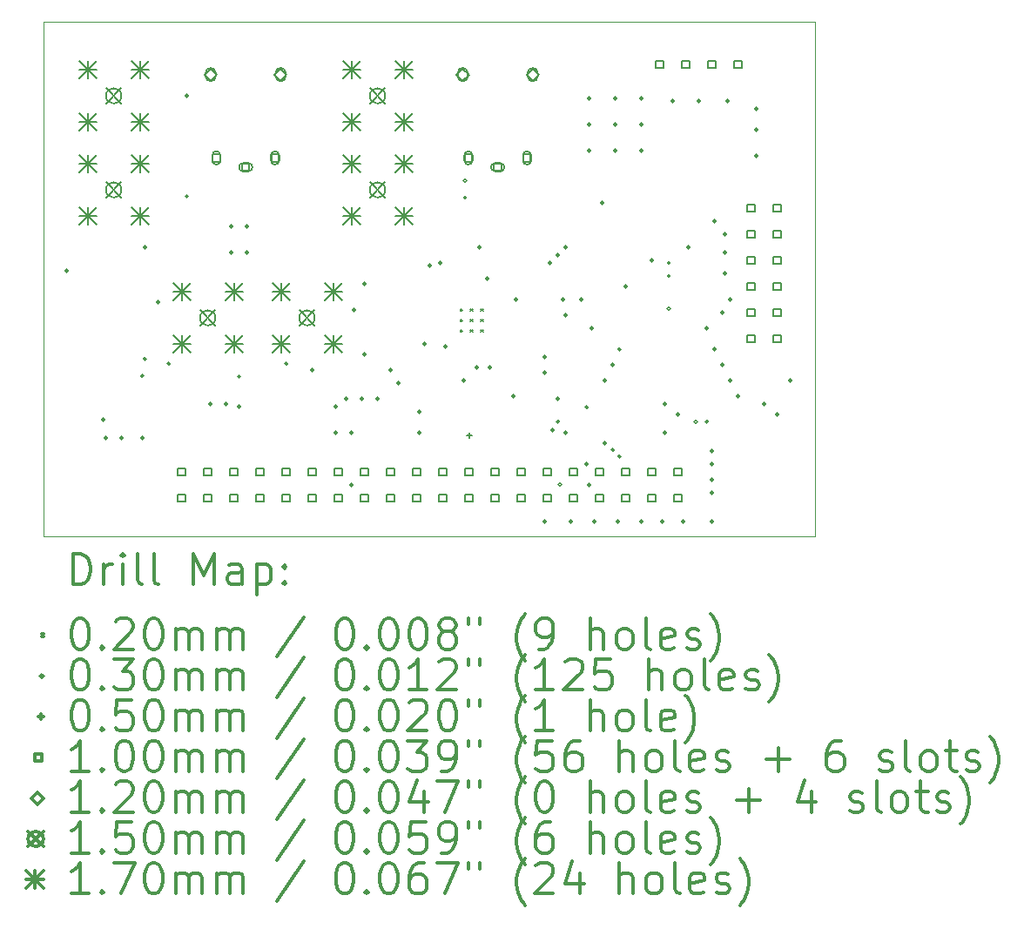
<source format=gbr>
%FSLAX45Y45*%
G04 Gerber Fmt 4.5, Leading zero omitted, Abs format (unit mm)*
G04 Created by KiCad (PCBNEW (5.1.9)-1) date 2021-12-15 22:15:21*
%MOMM*%
%LPD*%
G01*
G04 APERTURE LIST*
%TA.AperFunction,Profile*%
%ADD10C,0.050000*%
%TD*%
%ADD11C,0.200000*%
%ADD12C,0.300000*%
G04 APERTURE END LIST*
D10*
X14000000Y-10100000D02*
X14000000Y-5100000D01*
X21500000Y-5100000D02*
X21500000Y-10100000D01*
X21500000Y-10100000D02*
X14000000Y-10100000D01*
X14000000Y-5100000D02*
X21500000Y-5100000D01*
D11*
X18051000Y-7891000D02*
X18071000Y-7911000D01*
X18071000Y-7891000D02*
X18051000Y-7911000D01*
X18051000Y-7991000D02*
X18071000Y-8011000D01*
X18071000Y-7991000D02*
X18051000Y-8011000D01*
X18051000Y-8091000D02*
X18071000Y-8111000D01*
X18071000Y-8091000D02*
X18051000Y-8111000D01*
X18151000Y-7891000D02*
X18171000Y-7911000D01*
X18171000Y-7891000D02*
X18151000Y-7911000D01*
X18151000Y-7991000D02*
X18171000Y-8011000D01*
X18171000Y-7991000D02*
X18151000Y-8011000D01*
X18151000Y-8091000D02*
X18171000Y-8111000D01*
X18171000Y-8091000D02*
X18151000Y-8111000D01*
X18251000Y-7891000D02*
X18271000Y-7911000D01*
X18271000Y-7891000D02*
X18251000Y-7911000D01*
X18251000Y-7991000D02*
X18271000Y-8011000D01*
X18271000Y-7991000D02*
X18251000Y-8011000D01*
X18251000Y-8091000D02*
X18271000Y-8111000D01*
X18271000Y-8091000D02*
X18251000Y-8111000D01*
X14239000Y-7518400D02*
G75*
G03*
X14239000Y-7518400I-15000J0D01*
G01*
X14594600Y-8966200D02*
G75*
G03*
X14594600Y-8966200I-15000J0D01*
G01*
X14620000Y-9144000D02*
G75*
G03*
X14620000Y-9144000I-15000J0D01*
G01*
X14772400Y-9144000D02*
G75*
G03*
X14772400Y-9144000I-15000J0D01*
G01*
X14973049Y-8539502D02*
G75*
G03*
X14973049Y-8539502I-15000J0D01*
G01*
X14975600Y-9144000D02*
G75*
G03*
X14975600Y-9144000I-15000J0D01*
G01*
X14998600Y-8375906D02*
G75*
G03*
X14998600Y-8375906I-15000J0D01*
G01*
X15001000Y-7289800D02*
G75*
G03*
X15001000Y-7289800I-15000J0D01*
G01*
X15128000Y-7823200D02*
G75*
G03*
X15128000Y-7823200I-15000J0D01*
G01*
X15229600Y-8421100D02*
G75*
G03*
X15229600Y-8421100I-15000J0D01*
G01*
X15407400Y-5816600D02*
G75*
G03*
X15407400Y-5816600I-15000J0D01*
G01*
X15407400Y-6793500D02*
G75*
G03*
X15407400Y-6793500I-15000J0D01*
G01*
X15636000Y-8813800D02*
G75*
G03*
X15636000Y-8813800I-15000J0D01*
G01*
X15788400Y-8813800D02*
G75*
G03*
X15788400Y-8813800I-15000J0D01*
G01*
X15839200Y-7086600D02*
G75*
G03*
X15839200Y-7086600I-15000J0D01*
G01*
X15839200Y-7340600D02*
G75*
G03*
X15839200Y-7340600I-15000J0D01*
G01*
X15915400Y-8546100D02*
G75*
G03*
X15915400Y-8546100I-15000J0D01*
G01*
X15915400Y-8839200D02*
G75*
G03*
X15915400Y-8839200I-15000J0D01*
G01*
X15991600Y-7086600D02*
G75*
G03*
X15991600Y-7086600I-15000J0D01*
G01*
X15991600Y-7340600D02*
G75*
G03*
X15991600Y-7340600I-15000J0D01*
G01*
X16372600Y-8421100D02*
G75*
G03*
X16372600Y-8421100I-15000J0D01*
G01*
X16626600Y-8483600D02*
G75*
G03*
X16626600Y-8483600I-15000J0D01*
G01*
X16855200Y-8839200D02*
G75*
G03*
X16855200Y-8839200I-15000J0D01*
G01*
X16855200Y-9093200D02*
G75*
G03*
X16855200Y-9093200I-15000J0D01*
G01*
X16956800Y-8763000D02*
G75*
G03*
X16956800Y-8763000I-15000J0D01*
G01*
X17007600Y-9093200D02*
G75*
G03*
X17007600Y-9093200I-15000J0D01*
G01*
X17007600Y-9601200D02*
G75*
G03*
X17007600Y-9601200I-15000J0D01*
G01*
X17033000Y-7899400D02*
G75*
G03*
X17033000Y-7899400I-15000J0D01*
G01*
X17109200Y-8763000D02*
G75*
G03*
X17109200Y-8763000I-15000J0D01*
G01*
X17134600Y-7645400D02*
G75*
G03*
X17134600Y-7645400I-15000J0D01*
G01*
X17134600Y-8331200D02*
G75*
G03*
X17134600Y-8331200I-15000J0D01*
G01*
X17261600Y-8763000D02*
G75*
G03*
X17261600Y-8763000I-15000J0D01*
G01*
X17388600Y-8483600D02*
G75*
G03*
X17388600Y-8483600I-15000J0D01*
G01*
X17464800Y-8610600D02*
G75*
G03*
X17464800Y-8610600I-15000J0D01*
G01*
X17668000Y-8890000D02*
G75*
G03*
X17668000Y-8890000I-15000J0D01*
G01*
X17668000Y-9093200D02*
G75*
G03*
X17668000Y-9093200I-15000J0D01*
G01*
X17718800Y-8229600D02*
G75*
G03*
X17718800Y-8229600I-15000J0D01*
G01*
X17769600Y-7467600D02*
G75*
G03*
X17769600Y-7467600I-15000J0D01*
G01*
X17871200Y-7442200D02*
G75*
G03*
X17871200Y-7442200I-15000J0D01*
G01*
X17922000Y-8255000D02*
G75*
G03*
X17922000Y-8255000I-15000J0D01*
G01*
X18099800Y-8585200D02*
G75*
G03*
X18099800Y-8585200I-15000J0D01*
G01*
X18112500Y-6642100D02*
G75*
G03*
X18112500Y-6642100I-15000J0D01*
G01*
X18112500Y-6807200D02*
G75*
G03*
X18112500Y-6807200I-15000J0D01*
G01*
X18226800Y-8458200D02*
G75*
G03*
X18226800Y-8458200I-15000J0D01*
G01*
X18252200Y-7289800D02*
G75*
G03*
X18252200Y-7289800I-15000J0D01*
G01*
X18328400Y-7594600D02*
G75*
G03*
X18328400Y-7594600I-15000J0D01*
G01*
X18353800Y-8458200D02*
G75*
G03*
X18353800Y-8458200I-15000J0D01*
G01*
X18582400Y-8737600D02*
G75*
G03*
X18582400Y-8737600I-15000J0D01*
G01*
X18607800Y-7797800D02*
G75*
G03*
X18607800Y-7797800I-15000J0D01*
G01*
X18887200Y-8356600D02*
G75*
G03*
X18887200Y-8356600I-15000J0D01*
G01*
X18887200Y-8509000D02*
G75*
G03*
X18887200Y-8509000I-15000J0D01*
G01*
X18887200Y-9956800D02*
G75*
G03*
X18887200Y-9956800I-15000J0D01*
G01*
X18938000Y-7442200D02*
G75*
G03*
X18938000Y-7442200I-15000J0D01*
G01*
X18963400Y-9067800D02*
G75*
G03*
X18963400Y-9067800I-15000J0D01*
G01*
X19014200Y-7366000D02*
G75*
G03*
X19014200Y-7366000I-15000J0D01*
G01*
X19014200Y-8763000D02*
G75*
G03*
X19014200Y-8763000I-15000J0D01*
G01*
X19014200Y-8985720D02*
G75*
G03*
X19014200Y-8985720I-15000J0D01*
G01*
X19033506Y-9595106D02*
G75*
G03*
X19033506Y-9595106I-15000J0D01*
G01*
X19065000Y-7797800D02*
G75*
G03*
X19065000Y-7797800I-15000J0D01*
G01*
X19090400Y-7289800D02*
G75*
G03*
X19090400Y-7289800I-15000J0D01*
G01*
X19090400Y-7950200D02*
G75*
G03*
X19090400Y-7950200I-15000J0D01*
G01*
X19090400Y-9093200D02*
G75*
G03*
X19090400Y-9093200I-15000J0D01*
G01*
X19141200Y-9956800D02*
G75*
G03*
X19141200Y-9956800I-15000J0D01*
G01*
X19242800Y-7797800D02*
G75*
G03*
X19242800Y-7797800I-15000J0D01*
G01*
X19293600Y-8845080D02*
G75*
G03*
X19293600Y-8845080I-15000J0D01*
G01*
X19293600Y-9398000D02*
G75*
G03*
X19293600Y-9398000I-15000J0D01*
G01*
X19319000Y-5842000D02*
G75*
G03*
X19319000Y-5842000I-15000J0D01*
G01*
X19319000Y-6096000D02*
G75*
G03*
X19319000Y-6096000I-15000J0D01*
G01*
X19319000Y-6350000D02*
G75*
G03*
X19319000Y-6350000I-15000J0D01*
G01*
X19319000Y-9601200D02*
G75*
G03*
X19319000Y-9601200I-15000J0D01*
G01*
X19344400Y-8077200D02*
G75*
G03*
X19344400Y-8077200I-15000J0D01*
G01*
X19369800Y-9956800D02*
G75*
G03*
X19369800Y-9956800I-15000J0D01*
G01*
X19446000Y-6858000D02*
G75*
G03*
X19446000Y-6858000I-15000J0D01*
G01*
X19471400Y-8585200D02*
G75*
G03*
X19471400Y-8585200I-15000J0D01*
G01*
X19471400Y-9194800D02*
G75*
G03*
X19471400Y-9194800I-15000J0D01*
G01*
X19547600Y-8432800D02*
G75*
G03*
X19547600Y-8432800I-15000J0D01*
G01*
X19547600Y-9259300D02*
G75*
G03*
X19547600Y-9259300I-15000J0D01*
G01*
X19573000Y-5842000D02*
G75*
G03*
X19573000Y-5842000I-15000J0D01*
G01*
X19573000Y-6096000D02*
G75*
G03*
X19573000Y-6096000I-15000J0D01*
G01*
X19573000Y-6350000D02*
G75*
G03*
X19573000Y-6350000I-15000J0D01*
G01*
X19598400Y-9956800D02*
G75*
G03*
X19598400Y-9956800I-15000J0D01*
G01*
X19612100Y-8280400D02*
G75*
G03*
X19612100Y-8280400I-15000J0D01*
G01*
X19612100Y-9321800D02*
G75*
G03*
X19612100Y-9321800I-15000J0D01*
G01*
X19674600Y-7670800D02*
G75*
G03*
X19674600Y-7670800I-15000J0D01*
G01*
X19827000Y-5842000D02*
G75*
G03*
X19827000Y-5842000I-15000J0D01*
G01*
X19827000Y-6096000D02*
G75*
G03*
X19827000Y-6096000I-15000J0D01*
G01*
X19827000Y-6350000D02*
G75*
G03*
X19827000Y-6350000I-15000J0D01*
G01*
X19827000Y-9956800D02*
G75*
G03*
X19827000Y-9956800I-15000J0D01*
G01*
X19928600Y-7416800D02*
G75*
G03*
X19928600Y-7416800I-15000J0D01*
G01*
X20030200Y-9956800D02*
G75*
G03*
X20030200Y-9956800I-15000J0D01*
G01*
X20055600Y-8813800D02*
G75*
G03*
X20055600Y-8813800I-15000J0D01*
G01*
X20055600Y-9093200D02*
G75*
G03*
X20055600Y-9093200I-15000J0D01*
G01*
X20093700Y-7442200D02*
G75*
G03*
X20093700Y-7442200I-15000J0D01*
G01*
X20093700Y-7569200D02*
G75*
G03*
X20093700Y-7569200I-15000J0D01*
G01*
X20093700Y-7886700D02*
G75*
G03*
X20093700Y-7886700I-15000J0D01*
G01*
X20131800Y-5867400D02*
G75*
G03*
X20131800Y-5867400I-15000J0D01*
G01*
X20182600Y-8915400D02*
G75*
G03*
X20182600Y-8915400I-15000J0D01*
G01*
X20233400Y-9956800D02*
G75*
G03*
X20233400Y-9956800I-15000J0D01*
G01*
X20284200Y-7289800D02*
G75*
G03*
X20284200Y-7289800I-15000J0D01*
G01*
X20354520Y-8985720D02*
G75*
G03*
X20354520Y-8985720I-15000J0D01*
G01*
X20385800Y-5867400D02*
G75*
G03*
X20385800Y-5867400I-15000J0D01*
G01*
X20462000Y-8077200D02*
G75*
G03*
X20462000Y-8077200I-15000J0D01*
G01*
X20462000Y-8985720D02*
G75*
G03*
X20462000Y-8985720I-15000J0D01*
G01*
X20512800Y-9271000D02*
G75*
G03*
X20512800Y-9271000I-15000J0D01*
G01*
X20512800Y-9398000D02*
G75*
G03*
X20512800Y-9398000I-15000J0D01*
G01*
X20512800Y-9550400D02*
G75*
G03*
X20512800Y-9550400I-15000J0D01*
G01*
X20512800Y-9677400D02*
G75*
G03*
X20512800Y-9677400I-15000J0D01*
G01*
X20512800Y-9956800D02*
G75*
G03*
X20512800Y-9956800I-15000J0D01*
G01*
X20538200Y-7035800D02*
G75*
G03*
X20538200Y-7035800I-15000J0D01*
G01*
X20538200Y-8280400D02*
G75*
G03*
X20538200Y-8280400I-15000J0D01*
G01*
X20614400Y-7924800D02*
G75*
G03*
X20614400Y-7924800I-15000J0D01*
G01*
X20614400Y-8432800D02*
G75*
G03*
X20614400Y-8432800I-15000J0D01*
G01*
X20639800Y-7162800D02*
G75*
G03*
X20639800Y-7162800I-15000J0D01*
G01*
X20639800Y-7340600D02*
G75*
G03*
X20639800Y-7340600I-15000J0D01*
G01*
X20639800Y-7543800D02*
G75*
G03*
X20639800Y-7543800I-15000J0D01*
G01*
X20665200Y-5867400D02*
G75*
G03*
X20665200Y-5867400I-15000J0D01*
G01*
X20690600Y-7797800D02*
G75*
G03*
X20690600Y-7797800I-15000J0D01*
G01*
X20690600Y-8585200D02*
G75*
G03*
X20690600Y-8585200I-15000J0D01*
G01*
X20766800Y-8737600D02*
G75*
G03*
X20766800Y-8737600I-15000J0D01*
G01*
X20944600Y-5943600D02*
G75*
G03*
X20944600Y-5943600I-15000J0D01*
G01*
X20944600Y-6146800D02*
G75*
G03*
X20944600Y-6146800I-15000J0D01*
G01*
X20944600Y-6400800D02*
G75*
G03*
X20944600Y-6400800I-15000J0D01*
G01*
X21020800Y-8813800D02*
G75*
G03*
X21020800Y-8813800I-15000J0D01*
G01*
X21147800Y-8915400D02*
G75*
G03*
X21147800Y-8915400I-15000J0D01*
G01*
X21274800Y-8585200D02*
G75*
G03*
X21274800Y-8585200I-15000J0D01*
G01*
X18135600Y-9093600D02*
X18135600Y-9143600D01*
X18110600Y-9118600D02*
X18160600Y-9118600D01*
X15376956Y-9509556D02*
X15376956Y-9438844D01*
X15306244Y-9438844D01*
X15306244Y-9509556D01*
X15376956Y-9509556D01*
X15376956Y-9763556D02*
X15376956Y-9692844D01*
X15306244Y-9692844D01*
X15306244Y-9763556D01*
X15376956Y-9763556D01*
X15630956Y-9509556D02*
X15630956Y-9438844D01*
X15560244Y-9438844D01*
X15560244Y-9509556D01*
X15630956Y-9509556D01*
X15630956Y-9763556D02*
X15630956Y-9692844D01*
X15560244Y-9692844D01*
X15560244Y-9763556D01*
X15630956Y-9763556D01*
X15714256Y-6455856D02*
X15714256Y-6385144D01*
X15643544Y-6385144D01*
X15643544Y-6455856D01*
X15714256Y-6455856D01*
X15638900Y-6395500D02*
X15638900Y-6445500D01*
X15718900Y-6395500D02*
X15718900Y-6445500D01*
X15638900Y-6445500D02*
G75*
G03*
X15718900Y-6445500I40000J0D01*
G01*
X15718900Y-6395500D02*
G75*
G03*
X15638900Y-6395500I-40000J0D01*
G01*
X15884956Y-9509556D02*
X15884956Y-9438844D01*
X15814244Y-9438844D01*
X15814244Y-9509556D01*
X15884956Y-9509556D01*
X15884956Y-9763556D02*
X15884956Y-9692844D01*
X15814244Y-9692844D01*
X15814244Y-9763556D01*
X15884956Y-9763556D01*
X15999256Y-6545856D02*
X15999256Y-6475144D01*
X15928544Y-6475144D01*
X15928544Y-6545856D01*
X15999256Y-6545856D01*
X15938900Y-6550500D02*
X15988900Y-6550500D01*
X15938900Y-6470500D02*
X15988900Y-6470500D01*
X15988900Y-6550500D02*
G75*
G03*
X15988900Y-6470500I0J40000D01*
G01*
X15938900Y-6470500D02*
G75*
G03*
X15938900Y-6550500I0J-40000D01*
G01*
X16138956Y-9509556D02*
X16138956Y-9438844D01*
X16068244Y-9438844D01*
X16068244Y-9509556D01*
X16138956Y-9509556D01*
X16138956Y-9763556D02*
X16138956Y-9692844D01*
X16068244Y-9692844D01*
X16068244Y-9763556D01*
X16138956Y-9763556D01*
X16284256Y-6455856D02*
X16284256Y-6385144D01*
X16213544Y-6385144D01*
X16213544Y-6455856D01*
X16284256Y-6455856D01*
X16208900Y-6395500D02*
X16208900Y-6445500D01*
X16288900Y-6395500D02*
X16288900Y-6445500D01*
X16208900Y-6445500D02*
G75*
G03*
X16288900Y-6445500I40000J0D01*
G01*
X16288900Y-6395500D02*
G75*
G03*
X16208900Y-6395500I-40000J0D01*
G01*
X16392956Y-9509556D02*
X16392956Y-9438844D01*
X16322244Y-9438844D01*
X16322244Y-9509556D01*
X16392956Y-9509556D01*
X16392956Y-9763556D02*
X16392956Y-9692844D01*
X16322244Y-9692844D01*
X16322244Y-9763556D01*
X16392956Y-9763556D01*
X16646956Y-9509556D02*
X16646956Y-9438844D01*
X16576244Y-9438844D01*
X16576244Y-9509556D01*
X16646956Y-9509556D01*
X16646956Y-9763556D02*
X16646956Y-9692844D01*
X16576244Y-9692844D01*
X16576244Y-9763556D01*
X16646956Y-9763556D01*
X16900956Y-9509556D02*
X16900956Y-9438844D01*
X16830244Y-9438844D01*
X16830244Y-9509556D01*
X16900956Y-9509556D01*
X16900956Y-9763556D02*
X16900956Y-9692844D01*
X16830244Y-9692844D01*
X16830244Y-9763556D01*
X16900956Y-9763556D01*
X17154956Y-9509556D02*
X17154956Y-9438844D01*
X17084244Y-9438844D01*
X17084244Y-9509556D01*
X17154956Y-9509556D01*
X17154956Y-9763556D02*
X17154956Y-9692844D01*
X17084244Y-9692844D01*
X17084244Y-9763556D01*
X17154956Y-9763556D01*
X17408956Y-9509556D02*
X17408956Y-9438844D01*
X17338244Y-9438844D01*
X17338244Y-9509556D01*
X17408956Y-9509556D01*
X17408956Y-9763556D02*
X17408956Y-9692844D01*
X17338244Y-9692844D01*
X17338244Y-9763556D01*
X17408956Y-9763556D01*
X17662956Y-9509556D02*
X17662956Y-9438844D01*
X17592244Y-9438844D01*
X17592244Y-9509556D01*
X17662956Y-9509556D01*
X17662956Y-9763556D02*
X17662956Y-9692844D01*
X17592244Y-9692844D01*
X17592244Y-9763556D01*
X17662956Y-9763556D01*
X17916956Y-9509556D02*
X17916956Y-9438844D01*
X17846244Y-9438844D01*
X17846244Y-9509556D01*
X17916956Y-9509556D01*
X17916956Y-9763556D02*
X17916956Y-9692844D01*
X17846244Y-9692844D01*
X17846244Y-9763556D01*
X17916956Y-9763556D01*
X18165356Y-6455856D02*
X18165356Y-6385144D01*
X18094644Y-6385144D01*
X18094644Y-6455856D01*
X18165356Y-6455856D01*
X18090000Y-6395500D02*
X18090000Y-6445500D01*
X18170000Y-6395500D02*
X18170000Y-6445500D01*
X18090000Y-6445500D02*
G75*
G03*
X18170000Y-6445500I40000J0D01*
G01*
X18170000Y-6395500D02*
G75*
G03*
X18090000Y-6395500I-40000J0D01*
G01*
X18170956Y-9509556D02*
X18170956Y-9438844D01*
X18100244Y-9438844D01*
X18100244Y-9509556D01*
X18170956Y-9509556D01*
X18170956Y-9763556D02*
X18170956Y-9692844D01*
X18100244Y-9692844D01*
X18100244Y-9763556D01*
X18170956Y-9763556D01*
X18424956Y-9509556D02*
X18424956Y-9438844D01*
X18354244Y-9438844D01*
X18354244Y-9509556D01*
X18424956Y-9509556D01*
X18424956Y-9763556D02*
X18424956Y-9692844D01*
X18354244Y-9692844D01*
X18354244Y-9763556D01*
X18424956Y-9763556D01*
X18450356Y-6545856D02*
X18450356Y-6475144D01*
X18379644Y-6475144D01*
X18379644Y-6545856D01*
X18450356Y-6545856D01*
X18390000Y-6550500D02*
X18440000Y-6550500D01*
X18390000Y-6470500D02*
X18440000Y-6470500D01*
X18440000Y-6550500D02*
G75*
G03*
X18440000Y-6470500I0J40000D01*
G01*
X18390000Y-6470500D02*
G75*
G03*
X18390000Y-6550500I0J-40000D01*
G01*
X18678956Y-9509556D02*
X18678956Y-9438844D01*
X18608244Y-9438844D01*
X18608244Y-9509556D01*
X18678956Y-9509556D01*
X18678956Y-9763556D02*
X18678956Y-9692844D01*
X18608244Y-9692844D01*
X18608244Y-9763556D01*
X18678956Y-9763556D01*
X18735356Y-6455856D02*
X18735356Y-6385144D01*
X18664644Y-6385144D01*
X18664644Y-6455856D01*
X18735356Y-6455856D01*
X18660000Y-6395500D02*
X18660000Y-6445500D01*
X18740000Y-6395500D02*
X18740000Y-6445500D01*
X18660000Y-6445500D02*
G75*
G03*
X18740000Y-6445500I40000J0D01*
G01*
X18740000Y-6395500D02*
G75*
G03*
X18660000Y-6395500I-40000J0D01*
G01*
X18932956Y-9509556D02*
X18932956Y-9438844D01*
X18862244Y-9438844D01*
X18862244Y-9509556D01*
X18932956Y-9509556D01*
X18932956Y-9763556D02*
X18932956Y-9692844D01*
X18862244Y-9692844D01*
X18862244Y-9763556D01*
X18932956Y-9763556D01*
X19186956Y-9509556D02*
X19186956Y-9438844D01*
X19116244Y-9438844D01*
X19116244Y-9509556D01*
X19186956Y-9509556D01*
X19186956Y-9763556D02*
X19186956Y-9692844D01*
X19116244Y-9692844D01*
X19116244Y-9763556D01*
X19186956Y-9763556D01*
X19440956Y-9509556D02*
X19440956Y-9438844D01*
X19370244Y-9438844D01*
X19370244Y-9509556D01*
X19440956Y-9509556D01*
X19440956Y-9763556D02*
X19440956Y-9692844D01*
X19370244Y-9692844D01*
X19370244Y-9763556D01*
X19440956Y-9763556D01*
X19694956Y-9509556D02*
X19694956Y-9438844D01*
X19624244Y-9438844D01*
X19624244Y-9509556D01*
X19694956Y-9509556D01*
X19694956Y-9763556D02*
X19694956Y-9692844D01*
X19624244Y-9692844D01*
X19624244Y-9763556D01*
X19694956Y-9763556D01*
X19948956Y-9509556D02*
X19948956Y-9438844D01*
X19878244Y-9438844D01*
X19878244Y-9509556D01*
X19948956Y-9509556D01*
X19948956Y-9763556D02*
X19948956Y-9692844D01*
X19878244Y-9692844D01*
X19878244Y-9763556D01*
X19948956Y-9763556D01*
X20025156Y-5547156D02*
X20025156Y-5476444D01*
X19954444Y-5476444D01*
X19954444Y-5547156D01*
X20025156Y-5547156D01*
X20202956Y-9509556D02*
X20202956Y-9438844D01*
X20132244Y-9438844D01*
X20132244Y-9509556D01*
X20202956Y-9509556D01*
X20202956Y-9763556D02*
X20202956Y-9692844D01*
X20132244Y-9692844D01*
X20132244Y-9763556D01*
X20202956Y-9763556D01*
X20279156Y-5547156D02*
X20279156Y-5476444D01*
X20208444Y-5476444D01*
X20208444Y-5547156D01*
X20279156Y-5547156D01*
X20533156Y-5547156D02*
X20533156Y-5476444D01*
X20462444Y-5476444D01*
X20462444Y-5547156D01*
X20533156Y-5547156D01*
X20787156Y-5547156D02*
X20787156Y-5476444D01*
X20716444Y-5476444D01*
X20716444Y-5547156D01*
X20787156Y-5547156D01*
X20914156Y-6944156D02*
X20914156Y-6873444D01*
X20843444Y-6873444D01*
X20843444Y-6944156D01*
X20914156Y-6944156D01*
X20914156Y-7198156D02*
X20914156Y-7127444D01*
X20843444Y-7127444D01*
X20843444Y-7198156D01*
X20914156Y-7198156D01*
X20914156Y-7452156D02*
X20914156Y-7381444D01*
X20843444Y-7381444D01*
X20843444Y-7452156D01*
X20914156Y-7452156D01*
X20914156Y-7706156D02*
X20914156Y-7635444D01*
X20843444Y-7635444D01*
X20843444Y-7706156D01*
X20914156Y-7706156D01*
X20914156Y-7960156D02*
X20914156Y-7889444D01*
X20843444Y-7889444D01*
X20843444Y-7960156D01*
X20914156Y-7960156D01*
X20914156Y-8214156D02*
X20914156Y-8143444D01*
X20843444Y-8143444D01*
X20843444Y-8214156D01*
X20914156Y-8214156D01*
X21168156Y-6944156D02*
X21168156Y-6873444D01*
X21097444Y-6873444D01*
X21097444Y-6944156D01*
X21168156Y-6944156D01*
X21168156Y-7198156D02*
X21168156Y-7127444D01*
X21097444Y-7127444D01*
X21097444Y-7198156D01*
X21168156Y-7198156D01*
X21168156Y-7452156D02*
X21168156Y-7381444D01*
X21097444Y-7381444D01*
X21097444Y-7452156D01*
X21168156Y-7452156D01*
X21168156Y-7706156D02*
X21168156Y-7635444D01*
X21097444Y-7635444D01*
X21097444Y-7706156D01*
X21168156Y-7706156D01*
X21168156Y-7960156D02*
X21168156Y-7889444D01*
X21097444Y-7889444D01*
X21097444Y-7960156D01*
X21168156Y-7960156D01*
X21168156Y-8214156D02*
X21168156Y-8143444D01*
X21097444Y-8143444D01*
X21097444Y-8214156D01*
X21168156Y-8214156D01*
X15623900Y-5670500D02*
X15683900Y-5610500D01*
X15623900Y-5550500D01*
X15563900Y-5610500D01*
X15623900Y-5670500D01*
X15573900Y-5595500D02*
X15573900Y-5625500D01*
X15673900Y-5595500D02*
X15673900Y-5625500D01*
X15573900Y-5625500D02*
G75*
G03*
X15673900Y-5625500I50000J0D01*
G01*
X15673900Y-5595500D02*
G75*
G03*
X15573900Y-5595500I-50000J0D01*
G01*
X16303900Y-5670500D02*
X16363900Y-5610500D01*
X16303900Y-5550500D01*
X16243900Y-5610500D01*
X16303900Y-5670500D01*
X16253900Y-5595500D02*
X16253900Y-5625500D01*
X16353900Y-5595500D02*
X16353900Y-5625500D01*
X16253900Y-5625500D02*
G75*
G03*
X16353900Y-5625500I50000J0D01*
G01*
X16353900Y-5595500D02*
G75*
G03*
X16253900Y-5595500I-50000J0D01*
G01*
X18075000Y-5670500D02*
X18135000Y-5610500D01*
X18075000Y-5550500D01*
X18015000Y-5610500D01*
X18075000Y-5670500D01*
X18025000Y-5595500D02*
X18025000Y-5625500D01*
X18125000Y-5595500D02*
X18125000Y-5625500D01*
X18025000Y-5625500D02*
G75*
G03*
X18125000Y-5625500I50000J0D01*
G01*
X18125000Y-5595500D02*
G75*
G03*
X18025000Y-5595500I-50000J0D01*
G01*
X18755000Y-5670500D02*
X18815000Y-5610500D01*
X18755000Y-5550500D01*
X18695000Y-5610500D01*
X18755000Y-5670500D01*
X18705000Y-5595500D02*
X18705000Y-5625500D01*
X18805000Y-5595500D02*
X18805000Y-5625500D01*
X18705000Y-5625500D02*
G75*
G03*
X18805000Y-5625500I50000J0D01*
G01*
X18805000Y-5595500D02*
G75*
G03*
X18705000Y-5595500I-50000J0D01*
G01*
X14606200Y-5741600D02*
X14756200Y-5891600D01*
X14756200Y-5741600D02*
X14606200Y-5891600D01*
X14756200Y-5816600D02*
G75*
G03*
X14756200Y-5816600I-75000J0D01*
G01*
X14606200Y-6656000D02*
X14756200Y-6806000D01*
X14756200Y-6656000D02*
X14606200Y-6806000D01*
X14756200Y-6731000D02*
G75*
G03*
X14756200Y-6731000I-75000J0D01*
G01*
X15520600Y-7900600D02*
X15670600Y-8050600D01*
X15670600Y-7900600D02*
X15520600Y-8050600D01*
X15670600Y-7975600D02*
G75*
G03*
X15670600Y-7975600I-75000J0D01*
G01*
X16485800Y-7900600D02*
X16635800Y-8050600D01*
X16635800Y-7900600D02*
X16485800Y-8050600D01*
X16635800Y-7975600D02*
G75*
G03*
X16635800Y-7975600I-75000J0D01*
G01*
X17171600Y-5741600D02*
X17321600Y-5891600D01*
X17321600Y-5741600D02*
X17171600Y-5891600D01*
X17321600Y-5816600D02*
G75*
G03*
X17321600Y-5816600I-75000J0D01*
G01*
X17171600Y-6656000D02*
X17321600Y-6806000D01*
X17321600Y-6656000D02*
X17171600Y-6806000D01*
X17321600Y-6731000D02*
G75*
G03*
X17321600Y-6731000I-75000J0D01*
G01*
X14342200Y-5477600D02*
X14512200Y-5647600D01*
X14512200Y-5477600D02*
X14342200Y-5647600D01*
X14427200Y-5477600D02*
X14427200Y-5647600D01*
X14342200Y-5562600D02*
X14512200Y-5562600D01*
X14342200Y-5985600D02*
X14512200Y-6155600D01*
X14512200Y-5985600D02*
X14342200Y-6155600D01*
X14427200Y-5985600D02*
X14427200Y-6155600D01*
X14342200Y-6070600D02*
X14512200Y-6070600D01*
X14342200Y-6392000D02*
X14512200Y-6562000D01*
X14512200Y-6392000D02*
X14342200Y-6562000D01*
X14427200Y-6392000D02*
X14427200Y-6562000D01*
X14342200Y-6477000D02*
X14512200Y-6477000D01*
X14342200Y-6900000D02*
X14512200Y-7070000D01*
X14512200Y-6900000D02*
X14342200Y-7070000D01*
X14427200Y-6900000D02*
X14427200Y-7070000D01*
X14342200Y-6985000D02*
X14512200Y-6985000D01*
X14850200Y-5477600D02*
X15020200Y-5647600D01*
X15020200Y-5477600D02*
X14850200Y-5647600D01*
X14935200Y-5477600D02*
X14935200Y-5647600D01*
X14850200Y-5562600D02*
X15020200Y-5562600D01*
X14850200Y-5985600D02*
X15020200Y-6155600D01*
X15020200Y-5985600D02*
X14850200Y-6155600D01*
X14935200Y-5985600D02*
X14935200Y-6155600D01*
X14850200Y-6070600D02*
X15020200Y-6070600D01*
X14850200Y-6392000D02*
X15020200Y-6562000D01*
X15020200Y-6392000D02*
X14850200Y-6562000D01*
X14935200Y-6392000D02*
X14935200Y-6562000D01*
X14850200Y-6477000D02*
X15020200Y-6477000D01*
X14850200Y-6900000D02*
X15020200Y-7070000D01*
X15020200Y-6900000D02*
X14850200Y-7070000D01*
X14935200Y-6900000D02*
X14935200Y-7070000D01*
X14850200Y-6985000D02*
X15020200Y-6985000D01*
X15256600Y-7636600D02*
X15426600Y-7806600D01*
X15426600Y-7636600D02*
X15256600Y-7806600D01*
X15341600Y-7636600D02*
X15341600Y-7806600D01*
X15256600Y-7721600D02*
X15426600Y-7721600D01*
X15256600Y-8144600D02*
X15426600Y-8314600D01*
X15426600Y-8144600D02*
X15256600Y-8314600D01*
X15341600Y-8144600D02*
X15341600Y-8314600D01*
X15256600Y-8229600D02*
X15426600Y-8229600D01*
X15764600Y-7636600D02*
X15934600Y-7806600D01*
X15934600Y-7636600D02*
X15764600Y-7806600D01*
X15849600Y-7636600D02*
X15849600Y-7806600D01*
X15764600Y-7721600D02*
X15934600Y-7721600D01*
X15764600Y-8144600D02*
X15934600Y-8314600D01*
X15934600Y-8144600D02*
X15764600Y-8314600D01*
X15849600Y-8144600D02*
X15849600Y-8314600D01*
X15764600Y-8229600D02*
X15934600Y-8229600D01*
X16221800Y-7636600D02*
X16391800Y-7806600D01*
X16391800Y-7636600D02*
X16221800Y-7806600D01*
X16306800Y-7636600D02*
X16306800Y-7806600D01*
X16221800Y-7721600D02*
X16391800Y-7721600D01*
X16221800Y-8144600D02*
X16391800Y-8314600D01*
X16391800Y-8144600D02*
X16221800Y-8314600D01*
X16306800Y-8144600D02*
X16306800Y-8314600D01*
X16221800Y-8229600D02*
X16391800Y-8229600D01*
X16729800Y-7636600D02*
X16899800Y-7806600D01*
X16899800Y-7636600D02*
X16729800Y-7806600D01*
X16814800Y-7636600D02*
X16814800Y-7806600D01*
X16729800Y-7721600D02*
X16899800Y-7721600D01*
X16729800Y-8144600D02*
X16899800Y-8314600D01*
X16899800Y-8144600D02*
X16729800Y-8314600D01*
X16814800Y-8144600D02*
X16814800Y-8314600D01*
X16729800Y-8229600D02*
X16899800Y-8229600D01*
X16907600Y-5477600D02*
X17077600Y-5647600D01*
X17077600Y-5477600D02*
X16907600Y-5647600D01*
X16992600Y-5477600D02*
X16992600Y-5647600D01*
X16907600Y-5562600D02*
X17077600Y-5562600D01*
X16907600Y-5985600D02*
X17077600Y-6155600D01*
X17077600Y-5985600D02*
X16907600Y-6155600D01*
X16992600Y-5985600D02*
X16992600Y-6155600D01*
X16907600Y-6070600D02*
X17077600Y-6070600D01*
X16907600Y-6392000D02*
X17077600Y-6562000D01*
X17077600Y-6392000D02*
X16907600Y-6562000D01*
X16992600Y-6392000D02*
X16992600Y-6562000D01*
X16907600Y-6477000D02*
X17077600Y-6477000D01*
X16907600Y-6900000D02*
X17077600Y-7070000D01*
X17077600Y-6900000D02*
X16907600Y-7070000D01*
X16992600Y-6900000D02*
X16992600Y-7070000D01*
X16907600Y-6985000D02*
X17077600Y-6985000D01*
X17415600Y-5477600D02*
X17585600Y-5647600D01*
X17585600Y-5477600D02*
X17415600Y-5647600D01*
X17500600Y-5477600D02*
X17500600Y-5647600D01*
X17415600Y-5562600D02*
X17585600Y-5562600D01*
X17415600Y-5985600D02*
X17585600Y-6155600D01*
X17585600Y-5985600D02*
X17415600Y-6155600D01*
X17500600Y-5985600D02*
X17500600Y-6155600D01*
X17415600Y-6070600D02*
X17585600Y-6070600D01*
X17415600Y-6392000D02*
X17585600Y-6562000D01*
X17585600Y-6392000D02*
X17415600Y-6562000D01*
X17500600Y-6392000D02*
X17500600Y-6562000D01*
X17415600Y-6477000D02*
X17585600Y-6477000D01*
X17415600Y-6900000D02*
X17585600Y-7070000D01*
X17585600Y-6900000D02*
X17415600Y-7070000D01*
X17500600Y-6900000D02*
X17500600Y-7070000D01*
X17415600Y-6985000D02*
X17585600Y-6985000D01*
D12*
X14283928Y-10568214D02*
X14283928Y-10268214D01*
X14355357Y-10268214D01*
X14398214Y-10282500D01*
X14426786Y-10311072D01*
X14441071Y-10339643D01*
X14455357Y-10396786D01*
X14455357Y-10439643D01*
X14441071Y-10496786D01*
X14426786Y-10525357D01*
X14398214Y-10553929D01*
X14355357Y-10568214D01*
X14283928Y-10568214D01*
X14583928Y-10568214D02*
X14583928Y-10368214D01*
X14583928Y-10425357D02*
X14598214Y-10396786D01*
X14612500Y-10382500D01*
X14641071Y-10368214D01*
X14669643Y-10368214D01*
X14769643Y-10568214D02*
X14769643Y-10368214D01*
X14769643Y-10268214D02*
X14755357Y-10282500D01*
X14769643Y-10296786D01*
X14783928Y-10282500D01*
X14769643Y-10268214D01*
X14769643Y-10296786D01*
X14955357Y-10568214D02*
X14926786Y-10553929D01*
X14912500Y-10525357D01*
X14912500Y-10268214D01*
X15112500Y-10568214D02*
X15083928Y-10553929D01*
X15069643Y-10525357D01*
X15069643Y-10268214D01*
X15455357Y-10568214D02*
X15455357Y-10268214D01*
X15555357Y-10482500D01*
X15655357Y-10268214D01*
X15655357Y-10568214D01*
X15926786Y-10568214D02*
X15926786Y-10411072D01*
X15912500Y-10382500D01*
X15883928Y-10368214D01*
X15826786Y-10368214D01*
X15798214Y-10382500D01*
X15926786Y-10553929D02*
X15898214Y-10568214D01*
X15826786Y-10568214D01*
X15798214Y-10553929D01*
X15783928Y-10525357D01*
X15783928Y-10496786D01*
X15798214Y-10468214D01*
X15826786Y-10453929D01*
X15898214Y-10453929D01*
X15926786Y-10439643D01*
X16069643Y-10368214D02*
X16069643Y-10668214D01*
X16069643Y-10382500D02*
X16098214Y-10368214D01*
X16155357Y-10368214D01*
X16183928Y-10382500D01*
X16198214Y-10396786D01*
X16212500Y-10425357D01*
X16212500Y-10511072D01*
X16198214Y-10539643D01*
X16183928Y-10553929D01*
X16155357Y-10568214D01*
X16098214Y-10568214D01*
X16069643Y-10553929D01*
X16341071Y-10539643D02*
X16355357Y-10553929D01*
X16341071Y-10568214D01*
X16326786Y-10553929D01*
X16341071Y-10539643D01*
X16341071Y-10568214D01*
X16341071Y-10382500D02*
X16355357Y-10396786D01*
X16341071Y-10411072D01*
X16326786Y-10396786D01*
X16341071Y-10382500D01*
X16341071Y-10411072D01*
X13977500Y-11052500D02*
X13997500Y-11072500D01*
X13997500Y-11052500D02*
X13977500Y-11072500D01*
X14341071Y-10898214D02*
X14369643Y-10898214D01*
X14398214Y-10912500D01*
X14412500Y-10926786D01*
X14426786Y-10955357D01*
X14441071Y-11012500D01*
X14441071Y-11083929D01*
X14426786Y-11141072D01*
X14412500Y-11169643D01*
X14398214Y-11183929D01*
X14369643Y-11198214D01*
X14341071Y-11198214D01*
X14312500Y-11183929D01*
X14298214Y-11169643D01*
X14283928Y-11141072D01*
X14269643Y-11083929D01*
X14269643Y-11012500D01*
X14283928Y-10955357D01*
X14298214Y-10926786D01*
X14312500Y-10912500D01*
X14341071Y-10898214D01*
X14569643Y-11169643D02*
X14583928Y-11183929D01*
X14569643Y-11198214D01*
X14555357Y-11183929D01*
X14569643Y-11169643D01*
X14569643Y-11198214D01*
X14698214Y-10926786D02*
X14712500Y-10912500D01*
X14741071Y-10898214D01*
X14812500Y-10898214D01*
X14841071Y-10912500D01*
X14855357Y-10926786D01*
X14869643Y-10955357D01*
X14869643Y-10983929D01*
X14855357Y-11026786D01*
X14683928Y-11198214D01*
X14869643Y-11198214D01*
X15055357Y-10898214D02*
X15083928Y-10898214D01*
X15112500Y-10912500D01*
X15126786Y-10926786D01*
X15141071Y-10955357D01*
X15155357Y-11012500D01*
X15155357Y-11083929D01*
X15141071Y-11141072D01*
X15126786Y-11169643D01*
X15112500Y-11183929D01*
X15083928Y-11198214D01*
X15055357Y-11198214D01*
X15026786Y-11183929D01*
X15012500Y-11169643D01*
X14998214Y-11141072D01*
X14983928Y-11083929D01*
X14983928Y-11012500D01*
X14998214Y-10955357D01*
X15012500Y-10926786D01*
X15026786Y-10912500D01*
X15055357Y-10898214D01*
X15283928Y-11198214D02*
X15283928Y-10998214D01*
X15283928Y-11026786D02*
X15298214Y-11012500D01*
X15326786Y-10998214D01*
X15369643Y-10998214D01*
X15398214Y-11012500D01*
X15412500Y-11041072D01*
X15412500Y-11198214D01*
X15412500Y-11041072D02*
X15426786Y-11012500D01*
X15455357Y-10998214D01*
X15498214Y-10998214D01*
X15526786Y-11012500D01*
X15541071Y-11041072D01*
X15541071Y-11198214D01*
X15683928Y-11198214D02*
X15683928Y-10998214D01*
X15683928Y-11026786D02*
X15698214Y-11012500D01*
X15726786Y-10998214D01*
X15769643Y-10998214D01*
X15798214Y-11012500D01*
X15812500Y-11041072D01*
X15812500Y-11198214D01*
X15812500Y-11041072D02*
X15826786Y-11012500D01*
X15855357Y-10998214D01*
X15898214Y-10998214D01*
X15926786Y-11012500D01*
X15941071Y-11041072D01*
X15941071Y-11198214D01*
X16526786Y-10883929D02*
X16269643Y-11269643D01*
X16912500Y-10898214D02*
X16941071Y-10898214D01*
X16969643Y-10912500D01*
X16983928Y-10926786D01*
X16998214Y-10955357D01*
X17012500Y-11012500D01*
X17012500Y-11083929D01*
X16998214Y-11141072D01*
X16983928Y-11169643D01*
X16969643Y-11183929D01*
X16941071Y-11198214D01*
X16912500Y-11198214D01*
X16883928Y-11183929D01*
X16869643Y-11169643D01*
X16855357Y-11141072D01*
X16841071Y-11083929D01*
X16841071Y-11012500D01*
X16855357Y-10955357D01*
X16869643Y-10926786D01*
X16883928Y-10912500D01*
X16912500Y-10898214D01*
X17141071Y-11169643D02*
X17155357Y-11183929D01*
X17141071Y-11198214D01*
X17126786Y-11183929D01*
X17141071Y-11169643D01*
X17141071Y-11198214D01*
X17341071Y-10898214D02*
X17369643Y-10898214D01*
X17398214Y-10912500D01*
X17412500Y-10926786D01*
X17426786Y-10955357D01*
X17441071Y-11012500D01*
X17441071Y-11083929D01*
X17426786Y-11141072D01*
X17412500Y-11169643D01*
X17398214Y-11183929D01*
X17369643Y-11198214D01*
X17341071Y-11198214D01*
X17312500Y-11183929D01*
X17298214Y-11169643D01*
X17283928Y-11141072D01*
X17269643Y-11083929D01*
X17269643Y-11012500D01*
X17283928Y-10955357D01*
X17298214Y-10926786D01*
X17312500Y-10912500D01*
X17341071Y-10898214D01*
X17626786Y-10898214D02*
X17655357Y-10898214D01*
X17683928Y-10912500D01*
X17698214Y-10926786D01*
X17712500Y-10955357D01*
X17726786Y-11012500D01*
X17726786Y-11083929D01*
X17712500Y-11141072D01*
X17698214Y-11169643D01*
X17683928Y-11183929D01*
X17655357Y-11198214D01*
X17626786Y-11198214D01*
X17598214Y-11183929D01*
X17583928Y-11169643D01*
X17569643Y-11141072D01*
X17555357Y-11083929D01*
X17555357Y-11012500D01*
X17569643Y-10955357D01*
X17583928Y-10926786D01*
X17598214Y-10912500D01*
X17626786Y-10898214D01*
X17898214Y-11026786D02*
X17869643Y-11012500D01*
X17855357Y-10998214D01*
X17841071Y-10969643D01*
X17841071Y-10955357D01*
X17855357Y-10926786D01*
X17869643Y-10912500D01*
X17898214Y-10898214D01*
X17955357Y-10898214D01*
X17983928Y-10912500D01*
X17998214Y-10926786D01*
X18012500Y-10955357D01*
X18012500Y-10969643D01*
X17998214Y-10998214D01*
X17983928Y-11012500D01*
X17955357Y-11026786D01*
X17898214Y-11026786D01*
X17869643Y-11041072D01*
X17855357Y-11055357D01*
X17841071Y-11083929D01*
X17841071Y-11141072D01*
X17855357Y-11169643D01*
X17869643Y-11183929D01*
X17898214Y-11198214D01*
X17955357Y-11198214D01*
X17983928Y-11183929D01*
X17998214Y-11169643D01*
X18012500Y-11141072D01*
X18012500Y-11083929D01*
X17998214Y-11055357D01*
X17983928Y-11041072D01*
X17955357Y-11026786D01*
X18126786Y-10898214D02*
X18126786Y-10955357D01*
X18241071Y-10898214D02*
X18241071Y-10955357D01*
X18683928Y-11312500D02*
X18669643Y-11298214D01*
X18641071Y-11255357D01*
X18626786Y-11226786D01*
X18612500Y-11183929D01*
X18598214Y-11112500D01*
X18598214Y-11055357D01*
X18612500Y-10983929D01*
X18626786Y-10941072D01*
X18641071Y-10912500D01*
X18669643Y-10869643D01*
X18683928Y-10855357D01*
X18812500Y-11198214D02*
X18869643Y-11198214D01*
X18898214Y-11183929D01*
X18912500Y-11169643D01*
X18941071Y-11126786D01*
X18955357Y-11069643D01*
X18955357Y-10955357D01*
X18941071Y-10926786D01*
X18926786Y-10912500D01*
X18898214Y-10898214D01*
X18841071Y-10898214D01*
X18812500Y-10912500D01*
X18798214Y-10926786D01*
X18783928Y-10955357D01*
X18783928Y-11026786D01*
X18798214Y-11055357D01*
X18812500Y-11069643D01*
X18841071Y-11083929D01*
X18898214Y-11083929D01*
X18926786Y-11069643D01*
X18941071Y-11055357D01*
X18955357Y-11026786D01*
X19312500Y-11198214D02*
X19312500Y-10898214D01*
X19441071Y-11198214D02*
X19441071Y-11041072D01*
X19426786Y-11012500D01*
X19398214Y-10998214D01*
X19355357Y-10998214D01*
X19326786Y-11012500D01*
X19312500Y-11026786D01*
X19626786Y-11198214D02*
X19598214Y-11183929D01*
X19583928Y-11169643D01*
X19569643Y-11141072D01*
X19569643Y-11055357D01*
X19583928Y-11026786D01*
X19598214Y-11012500D01*
X19626786Y-10998214D01*
X19669643Y-10998214D01*
X19698214Y-11012500D01*
X19712500Y-11026786D01*
X19726786Y-11055357D01*
X19726786Y-11141072D01*
X19712500Y-11169643D01*
X19698214Y-11183929D01*
X19669643Y-11198214D01*
X19626786Y-11198214D01*
X19898214Y-11198214D02*
X19869643Y-11183929D01*
X19855357Y-11155357D01*
X19855357Y-10898214D01*
X20126786Y-11183929D02*
X20098214Y-11198214D01*
X20041071Y-11198214D01*
X20012500Y-11183929D01*
X19998214Y-11155357D01*
X19998214Y-11041072D01*
X20012500Y-11012500D01*
X20041071Y-10998214D01*
X20098214Y-10998214D01*
X20126786Y-11012500D01*
X20141071Y-11041072D01*
X20141071Y-11069643D01*
X19998214Y-11098214D01*
X20255357Y-11183929D02*
X20283928Y-11198214D01*
X20341071Y-11198214D01*
X20369643Y-11183929D01*
X20383928Y-11155357D01*
X20383928Y-11141072D01*
X20369643Y-11112500D01*
X20341071Y-11098214D01*
X20298214Y-11098214D01*
X20269643Y-11083929D01*
X20255357Y-11055357D01*
X20255357Y-11041072D01*
X20269643Y-11012500D01*
X20298214Y-10998214D01*
X20341071Y-10998214D01*
X20369643Y-11012500D01*
X20483928Y-11312500D02*
X20498214Y-11298214D01*
X20526786Y-11255357D01*
X20541071Y-11226786D01*
X20555357Y-11183929D01*
X20569643Y-11112500D01*
X20569643Y-11055357D01*
X20555357Y-10983929D01*
X20541071Y-10941072D01*
X20526786Y-10912500D01*
X20498214Y-10869643D01*
X20483928Y-10855357D01*
X13997500Y-11458500D02*
G75*
G03*
X13997500Y-11458500I-15000J0D01*
G01*
X14341071Y-11294214D02*
X14369643Y-11294214D01*
X14398214Y-11308500D01*
X14412500Y-11322786D01*
X14426786Y-11351357D01*
X14441071Y-11408500D01*
X14441071Y-11479929D01*
X14426786Y-11537071D01*
X14412500Y-11565643D01*
X14398214Y-11579929D01*
X14369643Y-11594214D01*
X14341071Y-11594214D01*
X14312500Y-11579929D01*
X14298214Y-11565643D01*
X14283928Y-11537071D01*
X14269643Y-11479929D01*
X14269643Y-11408500D01*
X14283928Y-11351357D01*
X14298214Y-11322786D01*
X14312500Y-11308500D01*
X14341071Y-11294214D01*
X14569643Y-11565643D02*
X14583928Y-11579929D01*
X14569643Y-11594214D01*
X14555357Y-11579929D01*
X14569643Y-11565643D01*
X14569643Y-11594214D01*
X14683928Y-11294214D02*
X14869643Y-11294214D01*
X14769643Y-11408500D01*
X14812500Y-11408500D01*
X14841071Y-11422786D01*
X14855357Y-11437071D01*
X14869643Y-11465643D01*
X14869643Y-11537071D01*
X14855357Y-11565643D01*
X14841071Y-11579929D01*
X14812500Y-11594214D01*
X14726786Y-11594214D01*
X14698214Y-11579929D01*
X14683928Y-11565643D01*
X15055357Y-11294214D02*
X15083928Y-11294214D01*
X15112500Y-11308500D01*
X15126786Y-11322786D01*
X15141071Y-11351357D01*
X15155357Y-11408500D01*
X15155357Y-11479929D01*
X15141071Y-11537071D01*
X15126786Y-11565643D01*
X15112500Y-11579929D01*
X15083928Y-11594214D01*
X15055357Y-11594214D01*
X15026786Y-11579929D01*
X15012500Y-11565643D01*
X14998214Y-11537071D01*
X14983928Y-11479929D01*
X14983928Y-11408500D01*
X14998214Y-11351357D01*
X15012500Y-11322786D01*
X15026786Y-11308500D01*
X15055357Y-11294214D01*
X15283928Y-11594214D02*
X15283928Y-11394214D01*
X15283928Y-11422786D02*
X15298214Y-11408500D01*
X15326786Y-11394214D01*
X15369643Y-11394214D01*
X15398214Y-11408500D01*
X15412500Y-11437071D01*
X15412500Y-11594214D01*
X15412500Y-11437071D02*
X15426786Y-11408500D01*
X15455357Y-11394214D01*
X15498214Y-11394214D01*
X15526786Y-11408500D01*
X15541071Y-11437071D01*
X15541071Y-11594214D01*
X15683928Y-11594214D02*
X15683928Y-11394214D01*
X15683928Y-11422786D02*
X15698214Y-11408500D01*
X15726786Y-11394214D01*
X15769643Y-11394214D01*
X15798214Y-11408500D01*
X15812500Y-11437071D01*
X15812500Y-11594214D01*
X15812500Y-11437071D02*
X15826786Y-11408500D01*
X15855357Y-11394214D01*
X15898214Y-11394214D01*
X15926786Y-11408500D01*
X15941071Y-11437071D01*
X15941071Y-11594214D01*
X16526786Y-11279929D02*
X16269643Y-11665643D01*
X16912500Y-11294214D02*
X16941071Y-11294214D01*
X16969643Y-11308500D01*
X16983928Y-11322786D01*
X16998214Y-11351357D01*
X17012500Y-11408500D01*
X17012500Y-11479929D01*
X16998214Y-11537071D01*
X16983928Y-11565643D01*
X16969643Y-11579929D01*
X16941071Y-11594214D01*
X16912500Y-11594214D01*
X16883928Y-11579929D01*
X16869643Y-11565643D01*
X16855357Y-11537071D01*
X16841071Y-11479929D01*
X16841071Y-11408500D01*
X16855357Y-11351357D01*
X16869643Y-11322786D01*
X16883928Y-11308500D01*
X16912500Y-11294214D01*
X17141071Y-11565643D02*
X17155357Y-11579929D01*
X17141071Y-11594214D01*
X17126786Y-11579929D01*
X17141071Y-11565643D01*
X17141071Y-11594214D01*
X17341071Y-11294214D02*
X17369643Y-11294214D01*
X17398214Y-11308500D01*
X17412500Y-11322786D01*
X17426786Y-11351357D01*
X17441071Y-11408500D01*
X17441071Y-11479929D01*
X17426786Y-11537071D01*
X17412500Y-11565643D01*
X17398214Y-11579929D01*
X17369643Y-11594214D01*
X17341071Y-11594214D01*
X17312500Y-11579929D01*
X17298214Y-11565643D01*
X17283928Y-11537071D01*
X17269643Y-11479929D01*
X17269643Y-11408500D01*
X17283928Y-11351357D01*
X17298214Y-11322786D01*
X17312500Y-11308500D01*
X17341071Y-11294214D01*
X17726786Y-11594214D02*
X17555357Y-11594214D01*
X17641071Y-11594214D02*
X17641071Y-11294214D01*
X17612500Y-11337071D01*
X17583928Y-11365643D01*
X17555357Y-11379929D01*
X17841071Y-11322786D02*
X17855357Y-11308500D01*
X17883928Y-11294214D01*
X17955357Y-11294214D01*
X17983928Y-11308500D01*
X17998214Y-11322786D01*
X18012500Y-11351357D01*
X18012500Y-11379929D01*
X17998214Y-11422786D01*
X17826786Y-11594214D01*
X18012500Y-11594214D01*
X18126786Y-11294214D02*
X18126786Y-11351357D01*
X18241071Y-11294214D02*
X18241071Y-11351357D01*
X18683928Y-11708500D02*
X18669643Y-11694214D01*
X18641071Y-11651357D01*
X18626786Y-11622786D01*
X18612500Y-11579929D01*
X18598214Y-11508500D01*
X18598214Y-11451357D01*
X18612500Y-11379929D01*
X18626786Y-11337071D01*
X18641071Y-11308500D01*
X18669643Y-11265643D01*
X18683928Y-11251357D01*
X18955357Y-11594214D02*
X18783928Y-11594214D01*
X18869643Y-11594214D02*
X18869643Y-11294214D01*
X18841071Y-11337071D01*
X18812500Y-11365643D01*
X18783928Y-11379929D01*
X19069643Y-11322786D02*
X19083928Y-11308500D01*
X19112500Y-11294214D01*
X19183928Y-11294214D01*
X19212500Y-11308500D01*
X19226786Y-11322786D01*
X19241071Y-11351357D01*
X19241071Y-11379929D01*
X19226786Y-11422786D01*
X19055357Y-11594214D01*
X19241071Y-11594214D01*
X19512500Y-11294214D02*
X19369643Y-11294214D01*
X19355357Y-11437071D01*
X19369643Y-11422786D01*
X19398214Y-11408500D01*
X19469643Y-11408500D01*
X19498214Y-11422786D01*
X19512500Y-11437071D01*
X19526786Y-11465643D01*
X19526786Y-11537071D01*
X19512500Y-11565643D01*
X19498214Y-11579929D01*
X19469643Y-11594214D01*
X19398214Y-11594214D01*
X19369643Y-11579929D01*
X19355357Y-11565643D01*
X19883928Y-11594214D02*
X19883928Y-11294214D01*
X20012500Y-11594214D02*
X20012500Y-11437071D01*
X19998214Y-11408500D01*
X19969643Y-11394214D01*
X19926786Y-11394214D01*
X19898214Y-11408500D01*
X19883928Y-11422786D01*
X20198214Y-11594214D02*
X20169643Y-11579929D01*
X20155357Y-11565643D01*
X20141071Y-11537071D01*
X20141071Y-11451357D01*
X20155357Y-11422786D01*
X20169643Y-11408500D01*
X20198214Y-11394214D01*
X20241071Y-11394214D01*
X20269643Y-11408500D01*
X20283928Y-11422786D01*
X20298214Y-11451357D01*
X20298214Y-11537071D01*
X20283928Y-11565643D01*
X20269643Y-11579929D01*
X20241071Y-11594214D01*
X20198214Y-11594214D01*
X20469643Y-11594214D02*
X20441071Y-11579929D01*
X20426786Y-11551357D01*
X20426786Y-11294214D01*
X20698214Y-11579929D02*
X20669643Y-11594214D01*
X20612500Y-11594214D01*
X20583928Y-11579929D01*
X20569643Y-11551357D01*
X20569643Y-11437071D01*
X20583928Y-11408500D01*
X20612500Y-11394214D01*
X20669643Y-11394214D01*
X20698214Y-11408500D01*
X20712500Y-11437071D01*
X20712500Y-11465643D01*
X20569643Y-11494214D01*
X20826786Y-11579929D02*
X20855357Y-11594214D01*
X20912500Y-11594214D01*
X20941071Y-11579929D01*
X20955357Y-11551357D01*
X20955357Y-11537071D01*
X20941071Y-11508500D01*
X20912500Y-11494214D01*
X20869643Y-11494214D01*
X20841071Y-11479929D01*
X20826786Y-11451357D01*
X20826786Y-11437071D01*
X20841071Y-11408500D01*
X20869643Y-11394214D01*
X20912500Y-11394214D01*
X20941071Y-11408500D01*
X21055357Y-11708500D02*
X21069643Y-11694214D01*
X21098214Y-11651357D01*
X21112500Y-11622786D01*
X21126786Y-11579929D01*
X21141071Y-11508500D01*
X21141071Y-11451357D01*
X21126786Y-11379929D01*
X21112500Y-11337071D01*
X21098214Y-11308500D01*
X21069643Y-11265643D01*
X21055357Y-11251357D01*
X13972500Y-11829500D02*
X13972500Y-11879500D01*
X13947500Y-11854500D02*
X13997500Y-11854500D01*
X14341071Y-11690214D02*
X14369643Y-11690214D01*
X14398214Y-11704500D01*
X14412500Y-11718786D01*
X14426786Y-11747357D01*
X14441071Y-11804500D01*
X14441071Y-11875929D01*
X14426786Y-11933071D01*
X14412500Y-11961643D01*
X14398214Y-11975929D01*
X14369643Y-11990214D01*
X14341071Y-11990214D01*
X14312500Y-11975929D01*
X14298214Y-11961643D01*
X14283928Y-11933071D01*
X14269643Y-11875929D01*
X14269643Y-11804500D01*
X14283928Y-11747357D01*
X14298214Y-11718786D01*
X14312500Y-11704500D01*
X14341071Y-11690214D01*
X14569643Y-11961643D02*
X14583928Y-11975929D01*
X14569643Y-11990214D01*
X14555357Y-11975929D01*
X14569643Y-11961643D01*
X14569643Y-11990214D01*
X14855357Y-11690214D02*
X14712500Y-11690214D01*
X14698214Y-11833071D01*
X14712500Y-11818786D01*
X14741071Y-11804500D01*
X14812500Y-11804500D01*
X14841071Y-11818786D01*
X14855357Y-11833071D01*
X14869643Y-11861643D01*
X14869643Y-11933071D01*
X14855357Y-11961643D01*
X14841071Y-11975929D01*
X14812500Y-11990214D01*
X14741071Y-11990214D01*
X14712500Y-11975929D01*
X14698214Y-11961643D01*
X15055357Y-11690214D02*
X15083928Y-11690214D01*
X15112500Y-11704500D01*
X15126786Y-11718786D01*
X15141071Y-11747357D01*
X15155357Y-11804500D01*
X15155357Y-11875929D01*
X15141071Y-11933071D01*
X15126786Y-11961643D01*
X15112500Y-11975929D01*
X15083928Y-11990214D01*
X15055357Y-11990214D01*
X15026786Y-11975929D01*
X15012500Y-11961643D01*
X14998214Y-11933071D01*
X14983928Y-11875929D01*
X14983928Y-11804500D01*
X14998214Y-11747357D01*
X15012500Y-11718786D01*
X15026786Y-11704500D01*
X15055357Y-11690214D01*
X15283928Y-11990214D02*
X15283928Y-11790214D01*
X15283928Y-11818786D02*
X15298214Y-11804500D01*
X15326786Y-11790214D01*
X15369643Y-11790214D01*
X15398214Y-11804500D01*
X15412500Y-11833071D01*
X15412500Y-11990214D01*
X15412500Y-11833071D02*
X15426786Y-11804500D01*
X15455357Y-11790214D01*
X15498214Y-11790214D01*
X15526786Y-11804500D01*
X15541071Y-11833071D01*
X15541071Y-11990214D01*
X15683928Y-11990214D02*
X15683928Y-11790214D01*
X15683928Y-11818786D02*
X15698214Y-11804500D01*
X15726786Y-11790214D01*
X15769643Y-11790214D01*
X15798214Y-11804500D01*
X15812500Y-11833071D01*
X15812500Y-11990214D01*
X15812500Y-11833071D02*
X15826786Y-11804500D01*
X15855357Y-11790214D01*
X15898214Y-11790214D01*
X15926786Y-11804500D01*
X15941071Y-11833071D01*
X15941071Y-11990214D01*
X16526786Y-11675929D02*
X16269643Y-12061643D01*
X16912500Y-11690214D02*
X16941071Y-11690214D01*
X16969643Y-11704500D01*
X16983928Y-11718786D01*
X16998214Y-11747357D01*
X17012500Y-11804500D01*
X17012500Y-11875929D01*
X16998214Y-11933071D01*
X16983928Y-11961643D01*
X16969643Y-11975929D01*
X16941071Y-11990214D01*
X16912500Y-11990214D01*
X16883928Y-11975929D01*
X16869643Y-11961643D01*
X16855357Y-11933071D01*
X16841071Y-11875929D01*
X16841071Y-11804500D01*
X16855357Y-11747357D01*
X16869643Y-11718786D01*
X16883928Y-11704500D01*
X16912500Y-11690214D01*
X17141071Y-11961643D02*
X17155357Y-11975929D01*
X17141071Y-11990214D01*
X17126786Y-11975929D01*
X17141071Y-11961643D01*
X17141071Y-11990214D01*
X17341071Y-11690214D02*
X17369643Y-11690214D01*
X17398214Y-11704500D01*
X17412500Y-11718786D01*
X17426786Y-11747357D01*
X17441071Y-11804500D01*
X17441071Y-11875929D01*
X17426786Y-11933071D01*
X17412500Y-11961643D01*
X17398214Y-11975929D01*
X17369643Y-11990214D01*
X17341071Y-11990214D01*
X17312500Y-11975929D01*
X17298214Y-11961643D01*
X17283928Y-11933071D01*
X17269643Y-11875929D01*
X17269643Y-11804500D01*
X17283928Y-11747357D01*
X17298214Y-11718786D01*
X17312500Y-11704500D01*
X17341071Y-11690214D01*
X17555357Y-11718786D02*
X17569643Y-11704500D01*
X17598214Y-11690214D01*
X17669643Y-11690214D01*
X17698214Y-11704500D01*
X17712500Y-11718786D01*
X17726786Y-11747357D01*
X17726786Y-11775929D01*
X17712500Y-11818786D01*
X17541071Y-11990214D01*
X17726786Y-11990214D01*
X17912500Y-11690214D02*
X17941071Y-11690214D01*
X17969643Y-11704500D01*
X17983928Y-11718786D01*
X17998214Y-11747357D01*
X18012500Y-11804500D01*
X18012500Y-11875929D01*
X17998214Y-11933071D01*
X17983928Y-11961643D01*
X17969643Y-11975929D01*
X17941071Y-11990214D01*
X17912500Y-11990214D01*
X17883928Y-11975929D01*
X17869643Y-11961643D01*
X17855357Y-11933071D01*
X17841071Y-11875929D01*
X17841071Y-11804500D01*
X17855357Y-11747357D01*
X17869643Y-11718786D01*
X17883928Y-11704500D01*
X17912500Y-11690214D01*
X18126786Y-11690214D02*
X18126786Y-11747357D01*
X18241071Y-11690214D02*
X18241071Y-11747357D01*
X18683928Y-12104500D02*
X18669643Y-12090214D01*
X18641071Y-12047357D01*
X18626786Y-12018786D01*
X18612500Y-11975929D01*
X18598214Y-11904500D01*
X18598214Y-11847357D01*
X18612500Y-11775929D01*
X18626786Y-11733071D01*
X18641071Y-11704500D01*
X18669643Y-11661643D01*
X18683928Y-11647357D01*
X18955357Y-11990214D02*
X18783928Y-11990214D01*
X18869643Y-11990214D02*
X18869643Y-11690214D01*
X18841071Y-11733071D01*
X18812500Y-11761643D01*
X18783928Y-11775929D01*
X19312500Y-11990214D02*
X19312500Y-11690214D01*
X19441071Y-11990214D02*
X19441071Y-11833071D01*
X19426786Y-11804500D01*
X19398214Y-11790214D01*
X19355357Y-11790214D01*
X19326786Y-11804500D01*
X19312500Y-11818786D01*
X19626786Y-11990214D02*
X19598214Y-11975929D01*
X19583928Y-11961643D01*
X19569643Y-11933071D01*
X19569643Y-11847357D01*
X19583928Y-11818786D01*
X19598214Y-11804500D01*
X19626786Y-11790214D01*
X19669643Y-11790214D01*
X19698214Y-11804500D01*
X19712500Y-11818786D01*
X19726786Y-11847357D01*
X19726786Y-11933071D01*
X19712500Y-11961643D01*
X19698214Y-11975929D01*
X19669643Y-11990214D01*
X19626786Y-11990214D01*
X19898214Y-11990214D02*
X19869643Y-11975929D01*
X19855357Y-11947357D01*
X19855357Y-11690214D01*
X20126786Y-11975929D02*
X20098214Y-11990214D01*
X20041071Y-11990214D01*
X20012500Y-11975929D01*
X19998214Y-11947357D01*
X19998214Y-11833071D01*
X20012500Y-11804500D01*
X20041071Y-11790214D01*
X20098214Y-11790214D01*
X20126786Y-11804500D01*
X20141071Y-11833071D01*
X20141071Y-11861643D01*
X19998214Y-11890214D01*
X20241071Y-12104500D02*
X20255357Y-12090214D01*
X20283928Y-12047357D01*
X20298214Y-12018786D01*
X20312500Y-11975929D01*
X20326786Y-11904500D01*
X20326786Y-11847357D01*
X20312500Y-11775929D01*
X20298214Y-11733071D01*
X20283928Y-11704500D01*
X20255357Y-11661643D01*
X20241071Y-11647357D01*
X13982856Y-12285856D02*
X13982856Y-12215144D01*
X13912144Y-12215144D01*
X13912144Y-12285856D01*
X13982856Y-12285856D01*
X14441071Y-12386214D02*
X14269643Y-12386214D01*
X14355357Y-12386214D02*
X14355357Y-12086214D01*
X14326786Y-12129071D01*
X14298214Y-12157643D01*
X14269643Y-12171929D01*
X14569643Y-12357643D02*
X14583928Y-12371929D01*
X14569643Y-12386214D01*
X14555357Y-12371929D01*
X14569643Y-12357643D01*
X14569643Y-12386214D01*
X14769643Y-12086214D02*
X14798214Y-12086214D01*
X14826786Y-12100500D01*
X14841071Y-12114786D01*
X14855357Y-12143357D01*
X14869643Y-12200500D01*
X14869643Y-12271929D01*
X14855357Y-12329071D01*
X14841071Y-12357643D01*
X14826786Y-12371929D01*
X14798214Y-12386214D01*
X14769643Y-12386214D01*
X14741071Y-12371929D01*
X14726786Y-12357643D01*
X14712500Y-12329071D01*
X14698214Y-12271929D01*
X14698214Y-12200500D01*
X14712500Y-12143357D01*
X14726786Y-12114786D01*
X14741071Y-12100500D01*
X14769643Y-12086214D01*
X15055357Y-12086214D02*
X15083928Y-12086214D01*
X15112500Y-12100500D01*
X15126786Y-12114786D01*
X15141071Y-12143357D01*
X15155357Y-12200500D01*
X15155357Y-12271929D01*
X15141071Y-12329071D01*
X15126786Y-12357643D01*
X15112500Y-12371929D01*
X15083928Y-12386214D01*
X15055357Y-12386214D01*
X15026786Y-12371929D01*
X15012500Y-12357643D01*
X14998214Y-12329071D01*
X14983928Y-12271929D01*
X14983928Y-12200500D01*
X14998214Y-12143357D01*
X15012500Y-12114786D01*
X15026786Y-12100500D01*
X15055357Y-12086214D01*
X15283928Y-12386214D02*
X15283928Y-12186214D01*
X15283928Y-12214786D02*
X15298214Y-12200500D01*
X15326786Y-12186214D01*
X15369643Y-12186214D01*
X15398214Y-12200500D01*
X15412500Y-12229071D01*
X15412500Y-12386214D01*
X15412500Y-12229071D02*
X15426786Y-12200500D01*
X15455357Y-12186214D01*
X15498214Y-12186214D01*
X15526786Y-12200500D01*
X15541071Y-12229071D01*
X15541071Y-12386214D01*
X15683928Y-12386214D02*
X15683928Y-12186214D01*
X15683928Y-12214786D02*
X15698214Y-12200500D01*
X15726786Y-12186214D01*
X15769643Y-12186214D01*
X15798214Y-12200500D01*
X15812500Y-12229071D01*
X15812500Y-12386214D01*
X15812500Y-12229071D02*
X15826786Y-12200500D01*
X15855357Y-12186214D01*
X15898214Y-12186214D01*
X15926786Y-12200500D01*
X15941071Y-12229071D01*
X15941071Y-12386214D01*
X16526786Y-12071929D02*
X16269643Y-12457643D01*
X16912500Y-12086214D02*
X16941071Y-12086214D01*
X16969643Y-12100500D01*
X16983928Y-12114786D01*
X16998214Y-12143357D01*
X17012500Y-12200500D01*
X17012500Y-12271929D01*
X16998214Y-12329071D01*
X16983928Y-12357643D01*
X16969643Y-12371929D01*
X16941071Y-12386214D01*
X16912500Y-12386214D01*
X16883928Y-12371929D01*
X16869643Y-12357643D01*
X16855357Y-12329071D01*
X16841071Y-12271929D01*
X16841071Y-12200500D01*
X16855357Y-12143357D01*
X16869643Y-12114786D01*
X16883928Y-12100500D01*
X16912500Y-12086214D01*
X17141071Y-12357643D02*
X17155357Y-12371929D01*
X17141071Y-12386214D01*
X17126786Y-12371929D01*
X17141071Y-12357643D01*
X17141071Y-12386214D01*
X17341071Y-12086214D02*
X17369643Y-12086214D01*
X17398214Y-12100500D01*
X17412500Y-12114786D01*
X17426786Y-12143357D01*
X17441071Y-12200500D01*
X17441071Y-12271929D01*
X17426786Y-12329071D01*
X17412500Y-12357643D01*
X17398214Y-12371929D01*
X17369643Y-12386214D01*
X17341071Y-12386214D01*
X17312500Y-12371929D01*
X17298214Y-12357643D01*
X17283928Y-12329071D01*
X17269643Y-12271929D01*
X17269643Y-12200500D01*
X17283928Y-12143357D01*
X17298214Y-12114786D01*
X17312500Y-12100500D01*
X17341071Y-12086214D01*
X17541071Y-12086214D02*
X17726786Y-12086214D01*
X17626786Y-12200500D01*
X17669643Y-12200500D01*
X17698214Y-12214786D01*
X17712500Y-12229071D01*
X17726786Y-12257643D01*
X17726786Y-12329071D01*
X17712500Y-12357643D01*
X17698214Y-12371929D01*
X17669643Y-12386214D01*
X17583928Y-12386214D01*
X17555357Y-12371929D01*
X17541071Y-12357643D01*
X17869643Y-12386214D02*
X17926786Y-12386214D01*
X17955357Y-12371929D01*
X17969643Y-12357643D01*
X17998214Y-12314786D01*
X18012500Y-12257643D01*
X18012500Y-12143357D01*
X17998214Y-12114786D01*
X17983928Y-12100500D01*
X17955357Y-12086214D01*
X17898214Y-12086214D01*
X17869643Y-12100500D01*
X17855357Y-12114786D01*
X17841071Y-12143357D01*
X17841071Y-12214786D01*
X17855357Y-12243357D01*
X17869643Y-12257643D01*
X17898214Y-12271929D01*
X17955357Y-12271929D01*
X17983928Y-12257643D01*
X17998214Y-12243357D01*
X18012500Y-12214786D01*
X18126786Y-12086214D02*
X18126786Y-12143357D01*
X18241071Y-12086214D02*
X18241071Y-12143357D01*
X18683928Y-12500500D02*
X18669643Y-12486214D01*
X18641071Y-12443357D01*
X18626786Y-12414786D01*
X18612500Y-12371929D01*
X18598214Y-12300500D01*
X18598214Y-12243357D01*
X18612500Y-12171929D01*
X18626786Y-12129071D01*
X18641071Y-12100500D01*
X18669643Y-12057643D01*
X18683928Y-12043357D01*
X18941071Y-12086214D02*
X18798214Y-12086214D01*
X18783928Y-12229071D01*
X18798214Y-12214786D01*
X18826786Y-12200500D01*
X18898214Y-12200500D01*
X18926786Y-12214786D01*
X18941071Y-12229071D01*
X18955357Y-12257643D01*
X18955357Y-12329071D01*
X18941071Y-12357643D01*
X18926786Y-12371929D01*
X18898214Y-12386214D01*
X18826786Y-12386214D01*
X18798214Y-12371929D01*
X18783928Y-12357643D01*
X19212500Y-12086214D02*
X19155357Y-12086214D01*
X19126786Y-12100500D01*
X19112500Y-12114786D01*
X19083928Y-12157643D01*
X19069643Y-12214786D01*
X19069643Y-12329071D01*
X19083928Y-12357643D01*
X19098214Y-12371929D01*
X19126786Y-12386214D01*
X19183928Y-12386214D01*
X19212500Y-12371929D01*
X19226786Y-12357643D01*
X19241071Y-12329071D01*
X19241071Y-12257643D01*
X19226786Y-12229071D01*
X19212500Y-12214786D01*
X19183928Y-12200500D01*
X19126786Y-12200500D01*
X19098214Y-12214786D01*
X19083928Y-12229071D01*
X19069643Y-12257643D01*
X19598214Y-12386214D02*
X19598214Y-12086214D01*
X19726786Y-12386214D02*
X19726786Y-12229071D01*
X19712500Y-12200500D01*
X19683928Y-12186214D01*
X19641071Y-12186214D01*
X19612500Y-12200500D01*
X19598214Y-12214786D01*
X19912500Y-12386214D02*
X19883928Y-12371929D01*
X19869643Y-12357643D01*
X19855357Y-12329071D01*
X19855357Y-12243357D01*
X19869643Y-12214786D01*
X19883928Y-12200500D01*
X19912500Y-12186214D01*
X19955357Y-12186214D01*
X19983928Y-12200500D01*
X19998214Y-12214786D01*
X20012500Y-12243357D01*
X20012500Y-12329071D01*
X19998214Y-12357643D01*
X19983928Y-12371929D01*
X19955357Y-12386214D01*
X19912500Y-12386214D01*
X20183928Y-12386214D02*
X20155357Y-12371929D01*
X20141071Y-12343357D01*
X20141071Y-12086214D01*
X20412500Y-12371929D02*
X20383928Y-12386214D01*
X20326786Y-12386214D01*
X20298214Y-12371929D01*
X20283928Y-12343357D01*
X20283928Y-12229071D01*
X20298214Y-12200500D01*
X20326786Y-12186214D01*
X20383928Y-12186214D01*
X20412500Y-12200500D01*
X20426786Y-12229071D01*
X20426786Y-12257643D01*
X20283928Y-12286214D01*
X20541071Y-12371929D02*
X20569643Y-12386214D01*
X20626786Y-12386214D01*
X20655357Y-12371929D01*
X20669643Y-12343357D01*
X20669643Y-12329071D01*
X20655357Y-12300500D01*
X20626786Y-12286214D01*
X20583928Y-12286214D01*
X20555357Y-12271929D01*
X20541071Y-12243357D01*
X20541071Y-12229071D01*
X20555357Y-12200500D01*
X20583928Y-12186214D01*
X20626786Y-12186214D01*
X20655357Y-12200500D01*
X21026786Y-12271929D02*
X21255357Y-12271929D01*
X21141071Y-12386214D02*
X21141071Y-12157643D01*
X21755357Y-12086214D02*
X21698214Y-12086214D01*
X21669643Y-12100500D01*
X21655357Y-12114786D01*
X21626786Y-12157643D01*
X21612500Y-12214786D01*
X21612500Y-12329071D01*
X21626786Y-12357643D01*
X21641071Y-12371929D01*
X21669643Y-12386214D01*
X21726786Y-12386214D01*
X21755357Y-12371929D01*
X21769643Y-12357643D01*
X21783928Y-12329071D01*
X21783928Y-12257643D01*
X21769643Y-12229071D01*
X21755357Y-12214786D01*
X21726786Y-12200500D01*
X21669643Y-12200500D01*
X21641071Y-12214786D01*
X21626786Y-12229071D01*
X21612500Y-12257643D01*
X22126786Y-12371929D02*
X22155357Y-12386214D01*
X22212500Y-12386214D01*
X22241071Y-12371929D01*
X22255357Y-12343357D01*
X22255357Y-12329071D01*
X22241071Y-12300500D01*
X22212500Y-12286214D01*
X22169643Y-12286214D01*
X22141071Y-12271929D01*
X22126786Y-12243357D01*
X22126786Y-12229071D01*
X22141071Y-12200500D01*
X22169643Y-12186214D01*
X22212500Y-12186214D01*
X22241071Y-12200500D01*
X22426786Y-12386214D02*
X22398214Y-12371929D01*
X22383928Y-12343357D01*
X22383928Y-12086214D01*
X22583928Y-12386214D02*
X22555357Y-12371929D01*
X22541071Y-12357643D01*
X22526786Y-12329071D01*
X22526786Y-12243357D01*
X22541071Y-12214786D01*
X22555357Y-12200500D01*
X22583928Y-12186214D01*
X22626786Y-12186214D01*
X22655357Y-12200500D01*
X22669643Y-12214786D01*
X22683928Y-12243357D01*
X22683928Y-12329071D01*
X22669643Y-12357643D01*
X22655357Y-12371929D01*
X22626786Y-12386214D01*
X22583928Y-12386214D01*
X22769643Y-12186214D02*
X22883928Y-12186214D01*
X22812500Y-12086214D02*
X22812500Y-12343357D01*
X22826786Y-12371929D01*
X22855357Y-12386214D01*
X22883928Y-12386214D01*
X22969643Y-12371929D02*
X22998214Y-12386214D01*
X23055357Y-12386214D01*
X23083928Y-12371929D01*
X23098214Y-12343357D01*
X23098214Y-12329071D01*
X23083928Y-12300500D01*
X23055357Y-12286214D01*
X23012500Y-12286214D01*
X22983928Y-12271929D01*
X22969643Y-12243357D01*
X22969643Y-12229071D01*
X22983928Y-12200500D01*
X23012500Y-12186214D01*
X23055357Y-12186214D01*
X23083928Y-12200500D01*
X23198214Y-12500500D02*
X23212500Y-12486214D01*
X23241071Y-12443357D01*
X23255357Y-12414786D01*
X23269643Y-12371929D01*
X23283928Y-12300500D01*
X23283928Y-12243357D01*
X23269643Y-12171929D01*
X23255357Y-12129071D01*
X23241071Y-12100500D01*
X23212500Y-12057643D01*
X23198214Y-12043357D01*
X13937500Y-12706500D02*
X13997500Y-12646500D01*
X13937500Y-12586500D01*
X13877500Y-12646500D01*
X13937500Y-12706500D01*
X14441071Y-12782214D02*
X14269643Y-12782214D01*
X14355357Y-12782214D02*
X14355357Y-12482214D01*
X14326786Y-12525071D01*
X14298214Y-12553643D01*
X14269643Y-12567929D01*
X14569643Y-12753643D02*
X14583928Y-12767929D01*
X14569643Y-12782214D01*
X14555357Y-12767929D01*
X14569643Y-12753643D01*
X14569643Y-12782214D01*
X14698214Y-12510786D02*
X14712500Y-12496500D01*
X14741071Y-12482214D01*
X14812500Y-12482214D01*
X14841071Y-12496500D01*
X14855357Y-12510786D01*
X14869643Y-12539357D01*
X14869643Y-12567929D01*
X14855357Y-12610786D01*
X14683928Y-12782214D01*
X14869643Y-12782214D01*
X15055357Y-12482214D02*
X15083928Y-12482214D01*
X15112500Y-12496500D01*
X15126786Y-12510786D01*
X15141071Y-12539357D01*
X15155357Y-12596500D01*
X15155357Y-12667929D01*
X15141071Y-12725071D01*
X15126786Y-12753643D01*
X15112500Y-12767929D01*
X15083928Y-12782214D01*
X15055357Y-12782214D01*
X15026786Y-12767929D01*
X15012500Y-12753643D01*
X14998214Y-12725071D01*
X14983928Y-12667929D01*
X14983928Y-12596500D01*
X14998214Y-12539357D01*
X15012500Y-12510786D01*
X15026786Y-12496500D01*
X15055357Y-12482214D01*
X15283928Y-12782214D02*
X15283928Y-12582214D01*
X15283928Y-12610786D02*
X15298214Y-12596500D01*
X15326786Y-12582214D01*
X15369643Y-12582214D01*
X15398214Y-12596500D01*
X15412500Y-12625071D01*
X15412500Y-12782214D01*
X15412500Y-12625071D02*
X15426786Y-12596500D01*
X15455357Y-12582214D01*
X15498214Y-12582214D01*
X15526786Y-12596500D01*
X15541071Y-12625071D01*
X15541071Y-12782214D01*
X15683928Y-12782214D02*
X15683928Y-12582214D01*
X15683928Y-12610786D02*
X15698214Y-12596500D01*
X15726786Y-12582214D01*
X15769643Y-12582214D01*
X15798214Y-12596500D01*
X15812500Y-12625071D01*
X15812500Y-12782214D01*
X15812500Y-12625071D02*
X15826786Y-12596500D01*
X15855357Y-12582214D01*
X15898214Y-12582214D01*
X15926786Y-12596500D01*
X15941071Y-12625071D01*
X15941071Y-12782214D01*
X16526786Y-12467929D02*
X16269643Y-12853643D01*
X16912500Y-12482214D02*
X16941071Y-12482214D01*
X16969643Y-12496500D01*
X16983928Y-12510786D01*
X16998214Y-12539357D01*
X17012500Y-12596500D01*
X17012500Y-12667929D01*
X16998214Y-12725071D01*
X16983928Y-12753643D01*
X16969643Y-12767929D01*
X16941071Y-12782214D01*
X16912500Y-12782214D01*
X16883928Y-12767929D01*
X16869643Y-12753643D01*
X16855357Y-12725071D01*
X16841071Y-12667929D01*
X16841071Y-12596500D01*
X16855357Y-12539357D01*
X16869643Y-12510786D01*
X16883928Y-12496500D01*
X16912500Y-12482214D01*
X17141071Y-12753643D02*
X17155357Y-12767929D01*
X17141071Y-12782214D01*
X17126786Y-12767929D01*
X17141071Y-12753643D01*
X17141071Y-12782214D01*
X17341071Y-12482214D02*
X17369643Y-12482214D01*
X17398214Y-12496500D01*
X17412500Y-12510786D01*
X17426786Y-12539357D01*
X17441071Y-12596500D01*
X17441071Y-12667929D01*
X17426786Y-12725071D01*
X17412500Y-12753643D01*
X17398214Y-12767929D01*
X17369643Y-12782214D01*
X17341071Y-12782214D01*
X17312500Y-12767929D01*
X17298214Y-12753643D01*
X17283928Y-12725071D01*
X17269643Y-12667929D01*
X17269643Y-12596500D01*
X17283928Y-12539357D01*
X17298214Y-12510786D01*
X17312500Y-12496500D01*
X17341071Y-12482214D01*
X17698214Y-12582214D02*
X17698214Y-12782214D01*
X17626786Y-12467929D02*
X17555357Y-12682214D01*
X17741071Y-12682214D01*
X17826786Y-12482214D02*
X18026786Y-12482214D01*
X17898214Y-12782214D01*
X18126786Y-12482214D02*
X18126786Y-12539357D01*
X18241071Y-12482214D02*
X18241071Y-12539357D01*
X18683928Y-12896500D02*
X18669643Y-12882214D01*
X18641071Y-12839357D01*
X18626786Y-12810786D01*
X18612500Y-12767929D01*
X18598214Y-12696500D01*
X18598214Y-12639357D01*
X18612500Y-12567929D01*
X18626786Y-12525071D01*
X18641071Y-12496500D01*
X18669643Y-12453643D01*
X18683928Y-12439357D01*
X18855357Y-12482214D02*
X18883928Y-12482214D01*
X18912500Y-12496500D01*
X18926786Y-12510786D01*
X18941071Y-12539357D01*
X18955357Y-12596500D01*
X18955357Y-12667929D01*
X18941071Y-12725071D01*
X18926786Y-12753643D01*
X18912500Y-12767929D01*
X18883928Y-12782214D01*
X18855357Y-12782214D01*
X18826786Y-12767929D01*
X18812500Y-12753643D01*
X18798214Y-12725071D01*
X18783928Y-12667929D01*
X18783928Y-12596500D01*
X18798214Y-12539357D01*
X18812500Y-12510786D01*
X18826786Y-12496500D01*
X18855357Y-12482214D01*
X19312500Y-12782214D02*
X19312500Y-12482214D01*
X19441071Y-12782214D02*
X19441071Y-12625071D01*
X19426786Y-12596500D01*
X19398214Y-12582214D01*
X19355357Y-12582214D01*
X19326786Y-12596500D01*
X19312500Y-12610786D01*
X19626786Y-12782214D02*
X19598214Y-12767929D01*
X19583928Y-12753643D01*
X19569643Y-12725071D01*
X19569643Y-12639357D01*
X19583928Y-12610786D01*
X19598214Y-12596500D01*
X19626786Y-12582214D01*
X19669643Y-12582214D01*
X19698214Y-12596500D01*
X19712500Y-12610786D01*
X19726786Y-12639357D01*
X19726786Y-12725071D01*
X19712500Y-12753643D01*
X19698214Y-12767929D01*
X19669643Y-12782214D01*
X19626786Y-12782214D01*
X19898214Y-12782214D02*
X19869643Y-12767929D01*
X19855357Y-12739357D01*
X19855357Y-12482214D01*
X20126786Y-12767929D02*
X20098214Y-12782214D01*
X20041071Y-12782214D01*
X20012500Y-12767929D01*
X19998214Y-12739357D01*
X19998214Y-12625071D01*
X20012500Y-12596500D01*
X20041071Y-12582214D01*
X20098214Y-12582214D01*
X20126786Y-12596500D01*
X20141071Y-12625071D01*
X20141071Y-12653643D01*
X19998214Y-12682214D01*
X20255357Y-12767929D02*
X20283928Y-12782214D01*
X20341071Y-12782214D01*
X20369643Y-12767929D01*
X20383928Y-12739357D01*
X20383928Y-12725071D01*
X20369643Y-12696500D01*
X20341071Y-12682214D01*
X20298214Y-12682214D01*
X20269643Y-12667929D01*
X20255357Y-12639357D01*
X20255357Y-12625071D01*
X20269643Y-12596500D01*
X20298214Y-12582214D01*
X20341071Y-12582214D01*
X20369643Y-12596500D01*
X20741071Y-12667929D02*
X20969643Y-12667929D01*
X20855357Y-12782214D02*
X20855357Y-12553643D01*
X21469643Y-12582214D02*
X21469643Y-12782214D01*
X21398214Y-12467929D02*
X21326786Y-12682214D01*
X21512500Y-12682214D01*
X21841071Y-12767929D02*
X21869643Y-12782214D01*
X21926786Y-12782214D01*
X21955357Y-12767929D01*
X21969643Y-12739357D01*
X21969643Y-12725071D01*
X21955357Y-12696500D01*
X21926786Y-12682214D01*
X21883928Y-12682214D01*
X21855357Y-12667929D01*
X21841071Y-12639357D01*
X21841071Y-12625071D01*
X21855357Y-12596500D01*
X21883928Y-12582214D01*
X21926786Y-12582214D01*
X21955357Y-12596500D01*
X22141071Y-12782214D02*
X22112500Y-12767929D01*
X22098214Y-12739357D01*
X22098214Y-12482214D01*
X22298214Y-12782214D02*
X22269643Y-12767929D01*
X22255357Y-12753643D01*
X22241071Y-12725071D01*
X22241071Y-12639357D01*
X22255357Y-12610786D01*
X22269643Y-12596500D01*
X22298214Y-12582214D01*
X22341071Y-12582214D01*
X22369643Y-12596500D01*
X22383928Y-12610786D01*
X22398214Y-12639357D01*
X22398214Y-12725071D01*
X22383928Y-12753643D01*
X22369643Y-12767929D01*
X22341071Y-12782214D01*
X22298214Y-12782214D01*
X22483928Y-12582214D02*
X22598214Y-12582214D01*
X22526786Y-12482214D02*
X22526786Y-12739357D01*
X22541071Y-12767929D01*
X22569643Y-12782214D01*
X22598214Y-12782214D01*
X22683928Y-12767929D02*
X22712500Y-12782214D01*
X22769643Y-12782214D01*
X22798214Y-12767929D01*
X22812500Y-12739357D01*
X22812500Y-12725071D01*
X22798214Y-12696500D01*
X22769643Y-12682214D01*
X22726786Y-12682214D01*
X22698214Y-12667929D01*
X22683928Y-12639357D01*
X22683928Y-12625071D01*
X22698214Y-12596500D01*
X22726786Y-12582214D01*
X22769643Y-12582214D01*
X22798214Y-12596500D01*
X22912500Y-12896500D02*
X22926786Y-12882214D01*
X22955357Y-12839357D01*
X22969643Y-12810786D01*
X22983928Y-12767929D01*
X22998214Y-12696500D01*
X22998214Y-12639357D01*
X22983928Y-12567929D01*
X22969643Y-12525071D01*
X22955357Y-12496500D01*
X22926786Y-12453643D01*
X22912500Y-12439357D01*
X13847500Y-12967500D02*
X13997500Y-13117500D01*
X13997500Y-12967500D02*
X13847500Y-13117500D01*
X13997500Y-13042500D02*
G75*
G03*
X13997500Y-13042500I-75000J0D01*
G01*
X14441071Y-13178214D02*
X14269643Y-13178214D01*
X14355357Y-13178214D02*
X14355357Y-12878214D01*
X14326786Y-12921071D01*
X14298214Y-12949643D01*
X14269643Y-12963929D01*
X14569643Y-13149643D02*
X14583928Y-13163929D01*
X14569643Y-13178214D01*
X14555357Y-13163929D01*
X14569643Y-13149643D01*
X14569643Y-13178214D01*
X14855357Y-12878214D02*
X14712500Y-12878214D01*
X14698214Y-13021071D01*
X14712500Y-13006786D01*
X14741071Y-12992500D01*
X14812500Y-12992500D01*
X14841071Y-13006786D01*
X14855357Y-13021071D01*
X14869643Y-13049643D01*
X14869643Y-13121071D01*
X14855357Y-13149643D01*
X14841071Y-13163929D01*
X14812500Y-13178214D01*
X14741071Y-13178214D01*
X14712500Y-13163929D01*
X14698214Y-13149643D01*
X15055357Y-12878214D02*
X15083928Y-12878214D01*
X15112500Y-12892500D01*
X15126786Y-12906786D01*
X15141071Y-12935357D01*
X15155357Y-12992500D01*
X15155357Y-13063929D01*
X15141071Y-13121071D01*
X15126786Y-13149643D01*
X15112500Y-13163929D01*
X15083928Y-13178214D01*
X15055357Y-13178214D01*
X15026786Y-13163929D01*
X15012500Y-13149643D01*
X14998214Y-13121071D01*
X14983928Y-13063929D01*
X14983928Y-12992500D01*
X14998214Y-12935357D01*
X15012500Y-12906786D01*
X15026786Y-12892500D01*
X15055357Y-12878214D01*
X15283928Y-13178214D02*
X15283928Y-12978214D01*
X15283928Y-13006786D02*
X15298214Y-12992500D01*
X15326786Y-12978214D01*
X15369643Y-12978214D01*
X15398214Y-12992500D01*
X15412500Y-13021071D01*
X15412500Y-13178214D01*
X15412500Y-13021071D02*
X15426786Y-12992500D01*
X15455357Y-12978214D01*
X15498214Y-12978214D01*
X15526786Y-12992500D01*
X15541071Y-13021071D01*
X15541071Y-13178214D01*
X15683928Y-13178214D02*
X15683928Y-12978214D01*
X15683928Y-13006786D02*
X15698214Y-12992500D01*
X15726786Y-12978214D01*
X15769643Y-12978214D01*
X15798214Y-12992500D01*
X15812500Y-13021071D01*
X15812500Y-13178214D01*
X15812500Y-13021071D02*
X15826786Y-12992500D01*
X15855357Y-12978214D01*
X15898214Y-12978214D01*
X15926786Y-12992500D01*
X15941071Y-13021071D01*
X15941071Y-13178214D01*
X16526786Y-12863929D02*
X16269643Y-13249643D01*
X16912500Y-12878214D02*
X16941071Y-12878214D01*
X16969643Y-12892500D01*
X16983928Y-12906786D01*
X16998214Y-12935357D01*
X17012500Y-12992500D01*
X17012500Y-13063929D01*
X16998214Y-13121071D01*
X16983928Y-13149643D01*
X16969643Y-13163929D01*
X16941071Y-13178214D01*
X16912500Y-13178214D01*
X16883928Y-13163929D01*
X16869643Y-13149643D01*
X16855357Y-13121071D01*
X16841071Y-13063929D01*
X16841071Y-12992500D01*
X16855357Y-12935357D01*
X16869643Y-12906786D01*
X16883928Y-12892500D01*
X16912500Y-12878214D01*
X17141071Y-13149643D02*
X17155357Y-13163929D01*
X17141071Y-13178214D01*
X17126786Y-13163929D01*
X17141071Y-13149643D01*
X17141071Y-13178214D01*
X17341071Y-12878214D02*
X17369643Y-12878214D01*
X17398214Y-12892500D01*
X17412500Y-12906786D01*
X17426786Y-12935357D01*
X17441071Y-12992500D01*
X17441071Y-13063929D01*
X17426786Y-13121071D01*
X17412500Y-13149643D01*
X17398214Y-13163929D01*
X17369643Y-13178214D01*
X17341071Y-13178214D01*
X17312500Y-13163929D01*
X17298214Y-13149643D01*
X17283928Y-13121071D01*
X17269643Y-13063929D01*
X17269643Y-12992500D01*
X17283928Y-12935357D01*
X17298214Y-12906786D01*
X17312500Y-12892500D01*
X17341071Y-12878214D01*
X17712500Y-12878214D02*
X17569643Y-12878214D01*
X17555357Y-13021071D01*
X17569643Y-13006786D01*
X17598214Y-12992500D01*
X17669643Y-12992500D01*
X17698214Y-13006786D01*
X17712500Y-13021071D01*
X17726786Y-13049643D01*
X17726786Y-13121071D01*
X17712500Y-13149643D01*
X17698214Y-13163929D01*
X17669643Y-13178214D01*
X17598214Y-13178214D01*
X17569643Y-13163929D01*
X17555357Y-13149643D01*
X17869643Y-13178214D02*
X17926786Y-13178214D01*
X17955357Y-13163929D01*
X17969643Y-13149643D01*
X17998214Y-13106786D01*
X18012500Y-13049643D01*
X18012500Y-12935357D01*
X17998214Y-12906786D01*
X17983928Y-12892500D01*
X17955357Y-12878214D01*
X17898214Y-12878214D01*
X17869643Y-12892500D01*
X17855357Y-12906786D01*
X17841071Y-12935357D01*
X17841071Y-13006786D01*
X17855357Y-13035357D01*
X17869643Y-13049643D01*
X17898214Y-13063929D01*
X17955357Y-13063929D01*
X17983928Y-13049643D01*
X17998214Y-13035357D01*
X18012500Y-13006786D01*
X18126786Y-12878214D02*
X18126786Y-12935357D01*
X18241071Y-12878214D02*
X18241071Y-12935357D01*
X18683928Y-13292500D02*
X18669643Y-13278214D01*
X18641071Y-13235357D01*
X18626786Y-13206786D01*
X18612500Y-13163929D01*
X18598214Y-13092500D01*
X18598214Y-13035357D01*
X18612500Y-12963929D01*
X18626786Y-12921071D01*
X18641071Y-12892500D01*
X18669643Y-12849643D01*
X18683928Y-12835357D01*
X18926786Y-12878214D02*
X18869643Y-12878214D01*
X18841071Y-12892500D01*
X18826786Y-12906786D01*
X18798214Y-12949643D01*
X18783928Y-13006786D01*
X18783928Y-13121071D01*
X18798214Y-13149643D01*
X18812500Y-13163929D01*
X18841071Y-13178214D01*
X18898214Y-13178214D01*
X18926786Y-13163929D01*
X18941071Y-13149643D01*
X18955357Y-13121071D01*
X18955357Y-13049643D01*
X18941071Y-13021071D01*
X18926786Y-13006786D01*
X18898214Y-12992500D01*
X18841071Y-12992500D01*
X18812500Y-13006786D01*
X18798214Y-13021071D01*
X18783928Y-13049643D01*
X19312500Y-13178214D02*
X19312500Y-12878214D01*
X19441071Y-13178214D02*
X19441071Y-13021071D01*
X19426786Y-12992500D01*
X19398214Y-12978214D01*
X19355357Y-12978214D01*
X19326786Y-12992500D01*
X19312500Y-13006786D01*
X19626786Y-13178214D02*
X19598214Y-13163929D01*
X19583928Y-13149643D01*
X19569643Y-13121071D01*
X19569643Y-13035357D01*
X19583928Y-13006786D01*
X19598214Y-12992500D01*
X19626786Y-12978214D01*
X19669643Y-12978214D01*
X19698214Y-12992500D01*
X19712500Y-13006786D01*
X19726786Y-13035357D01*
X19726786Y-13121071D01*
X19712500Y-13149643D01*
X19698214Y-13163929D01*
X19669643Y-13178214D01*
X19626786Y-13178214D01*
X19898214Y-13178214D02*
X19869643Y-13163929D01*
X19855357Y-13135357D01*
X19855357Y-12878214D01*
X20126786Y-13163929D02*
X20098214Y-13178214D01*
X20041071Y-13178214D01*
X20012500Y-13163929D01*
X19998214Y-13135357D01*
X19998214Y-13021071D01*
X20012500Y-12992500D01*
X20041071Y-12978214D01*
X20098214Y-12978214D01*
X20126786Y-12992500D01*
X20141071Y-13021071D01*
X20141071Y-13049643D01*
X19998214Y-13078214D01*
X20255357Y-13163929D02*
X20283928Y-13178214D01*
X20341071Y-13178214D01*
X20369643Y-13163929D01*
X20383928Y-13135357D01*
X20383928Y-13121071D01*
X20369643Y-13092500D01*
X20341071Y-13078214D01*
X20298214Y-13078214D01*
X20269643Y-13063929D01*
X20255357Y-13035357D01*
X20255357Y-13021071D01*
X20269643Y-12992500D01*
X20298214Y-12978214D01*
X20341071Y-12978214D01*
X20369643Y-12992500D01*
X20483928Y-13292500D02*
X20498214Y-13278214D01*
X20526786Y-13235357D01*
X20541071Y-13206786D01*
X20555357Y-13163929D01*
X20569643Y-13092500D01*
X20569643Y-13035357D01*
X20555357Y-12963929D01*
X20541071Y-12921071D01*
X20526786Y-12892500D01*
X20498214Y-12849643D01*
X20483928Y-12835357D01*
X13827500Y-13353500D02*
X13997500Y-13523500D01*
X13997500Y-13353500D02*
X13827500Y-13523500D01*
X13912500Y-13353500D02*
X13912500Y-13523500D01*
X13827500Y-13438500D02*
X13997500Y-13438500D01*
X14441071Y-13574214D02*
X14269643Y-13574214D01*
X14355357Y-13574214D02*
X14355357Y-13274214D01*
X14326786Y-13317071D01*
X14298214Y-13345643D01*
X14269643Y-13359929D01*
X14569643Y-13545643D02*
X14583928Y-13559929D01*
X14569643Y-13574214D01*
X14555357Y-13559929D01*
X14569643Y-13545643D01*
X14569643Y-13574214D01*
X14683928Y-13274214D02*
X14883928Y-13274214D01*
X14755357Y-13574214D01*
X15055357Y-13274214D02*
X15083928Y-13274214D01*
X15112500Y-13288500D01*
X15126786Y-13302786D01*
X15141071Y-13331357D01*
X15155357Y-13388500D01*
X15155357Y-13459929D01*
X15141071Y-13517071D01*
X15126786Y-13545643D01*
X15112500Y-13559929D01*
X15083928Y-13574214D01*
X15055357Y-13574214D01*
X15026786Y-13559929D01*
X15012500Y-13545643D01*
X14998214Y-13517071D01*
X14983928Y-13459929D01*
X14983928Y-13388500D01*
X14998214Y-13331357D01*
X15012500Y-13302786D01*
X15026786Y-13288500D01*
X15055357Y-13274214D01*
X15283928Y-13574214D02*
X15283928Y-13374214D01*
X15283928Y-13402786D02*
X15298214Y-13388500D01*
X15326786Y-13374214D01*
X15369643Y-13374214D01*
X15398214Y-13388500D01*
X15412500Y-13417071D01*
X15412500Y-13574214D01*
X15412500Y-13417071D02*
X15426786Y-13388500D01*
X15455357Y-13374214D01*
X15498214Y-13374214D01*
X15526786Y-13388500D01*
X15541071Y-13417071D01*
X15541071Y-13574214D01*
X15683928Y-13574214D02*
X15683928Y-13374214D01*
X15683928Y-13402786D02*
X15698214Y-13388500D01*
X15726786Y-13374214D01*
X15769643Y-13374214D01*
X15798214Y-13388500D01*
X15812500Y-13417071D01*
X15812500Y-13574214D01*
X15812500Y-13417071D02*
X15826786Y-13388500D01*
X15855357Y-13374214D01*
X15898214Y-13374214D01*
X15926786Y-13388500D01*
X15941071Y-13417071D01*
X15941071Y-13574214D01*
X16526786Y-13259929D02*
X16269643Y-13645643D01*
X16912500Y-13274214D02*
X16941071Y-13274214D01*
X16969643Y-13288500D01*
X16983928Y-13302786D01*
X16998214Y-13331357D01*
X17012500Y-13388500D01*
X17012500Y-13459929D01*
X16998214Y-13517071D01*
X16983928Y-13545643D01*
X16969643Y-13559929D01*
X16941071Y-13574214D01*
X16912500Y-13574214D01*
X16883928Y-13559929D01*
X16869643Y-13545643D01*
X16855357Y-13517071D01*
X16841071Y-13459929D01*
X16841071Y-13388500D01*
X16855357Y-13331357D01*
X16869643Y-13302786D01*
X16883928Y-13288500D01*
X16912500Y-13274214D01*
X17141071Y-13545643D02*
X17155357Y-13559929D01*
X17141071Y-13574214D01*
X17126786Y-13559929D01*
X17141071Y-13545643D01*
X17141071Y-13574214D01*
X17341071Y-13274214D02*
X17369643Y-13274214D01*
X17398214Y-13288500D01*
X17412500Y-13302786D01*
X17426786Y-13331357D01*
X17441071Y-13388500D01*
X17441071Y-13459929D01*
X17426786Y-13517071D01*
X17412500Y-13545643D01*
X17398214Y-13559929D01*
X17369643Y-13574214D01*
X17341071Y-13574214D01*
X17312500Y-13559929D01*
X17298214Y-13545643D01*
X17283928Y-13517071D01*
X17269643Y-13459929D01*
X17269643Y-13388500D01*
X17283928Y-13331357D01*
X17298214Y-13302786D01*
X17312500Y-13288500D01*
X17341071Y-13274214D01*
X17698214Y-13274214D02*
X17641071Y-13274214D01*
X17612500Y-13288500D01*
X17598214Y-13302786D01*
X17569643Y-13345643D01*
X17555357Y-13402786D01*
X17555357Y-13517071D01*
X17569643Y-13545643D01*
X17583928Y-13559929D01*
X17612500Y-13574214D01*
X17669643Y-13574214D01*
X17698214Y-13559929D01*
X17712500Y-13545643D01*
X17726786Y-13517071D01*
X17726786Y-13445643D01*
X17712500Y-13417071D01*
X17698214Y-13402786D01*
X17669643Y-13388500D01*
X17612500Y-13388500D01*
X17583928Y-13402786D01*
X17569643Y-13417071D01*
X17555357Y-13445643D01*
X17826786Y-13274214D02*
X18026786Y-13274214D01*
X17898214Y-13574214D01*
X18126786Y-13274214D02*
X18126786Y-13331357D01*
X18241071Y-13274214D02*
X18241071Y-13331357D01*
X18683928Y-13688500D02*
X18669643Y-13674214D01*
X18641071Y-13631357D01*
X18626786Y-13602786D01*
X18612500Y-13559929D01*
X18598214Y-13488500D01*
X18598214Y-13431357D01*
X18612500Y-13359929D01*
X18626786Y-13317071D01*
X18641071Y-13288500D01*
X18669643Y-13245643D01*
X18683928Y-13231357D01*
X18783928Y-13302786D02*
X18798214Y-13288500D01*
X18826786Y-13274214D01*
X18898214Y-13274214D01*
X18926786Y-13288500D01*
X18941071Y-13302786D01*
X18955357Y-13331357D01*
X18955357Y-13359929D01*
X18941071Y-13402786D01*
X18769643Y-13574214D01*
X18955357Y-13574214D01*
X19212500Y-13374214D02*
X19212500Y-13574214D01*
X19141071Y-13259929D02*
X19069643Y-13474214D01*
X19255357Y-13474214D01*
X19598214Y-13574214D02*
X19598214Y-13274214D01*
X19726786Y-13574214D02*
X19726786Y-13417071D01*
X19712500Y-13388500D01*
X19683928Y-13374214D01*
X19641071Y-13374214D01*
X19612500Y-13388500D01*
X19598214Y-13402786D01*
X19912500Y-13574214D02*
X19883928Y-13559929D01*
X19869643Y-13545643D01*
X19855357Y-13517071D01*
X19855357Y-13431357D01*
X19869643Y-13402786D01*
X19883928Y-13388500D01*
X19912500Y-13374214D01*
X19955357Y-13374214D01*
X19983928Y-13388500D01*
X19998214Y-13402786D01*
X20012500Y-13431357D01*
X20012500Y-13517071D01*
X19998214Y-13545643D01*
X19983928Y-13559929D01*
X19955357Y-13574214D01*
X19912500Y-13574214D01*
X20183928Y-13574214D02*
X20155357Y-13559929D01*
X20141071Y-13531357D01*
X20141071Y-13274214D01*
X20412500Y-13559929D02*
X20383928Y-13574214D01*
X20326786Y-13574214D01*
X20298214Y-13559929D01*
X20283928Y-13531357D01*
X20283928Y-13417071D01*
X20298214Y-13388500D01*
X20326786Y-13374214D01*
X20383928Y-13374214D01*
X20412500Y-13388500D01*
X20426786Y-13417071D01*
X20426786Y-13445643D01*
X20283928Y-13474214D01*
X20541071Y-13559929D02*
X20569643Y-13574214D01*
X20626786Y-13574214D01*
X20655357Y-13559929D01*
X20669643Y-13531357D01*
X20669643Y-13517071D01*
X20655357Y-13488500D01*
X20626786Y-13474214D01*
X20583928Y-13474214D01*
X20555357Y-13459929D01*
X20541071Y-13431357D01*
X20541071Y-13417071D01*
X20555357Y-13388500D01*
X20583928Y-13374214D01*
X20626786Y-13374214D01*
X20655357Y-13388500D01*
X20769643Y-13688500D02*
X20783928Y-13674214D01*
X20812500Y-13631357D01*
X20826786Y-13602786D01*
X20841071Y-13559929D01*
X20855357Y-13488500D01*
X20855357Y-13431357D01*
X20841071Y-13359929D01*
X20826786Y-13317071D01*
X20812500Y-13288500D01*
X20783928Y-13245643D01*
X20769643Y-13231357D01*
M02*

</source>
